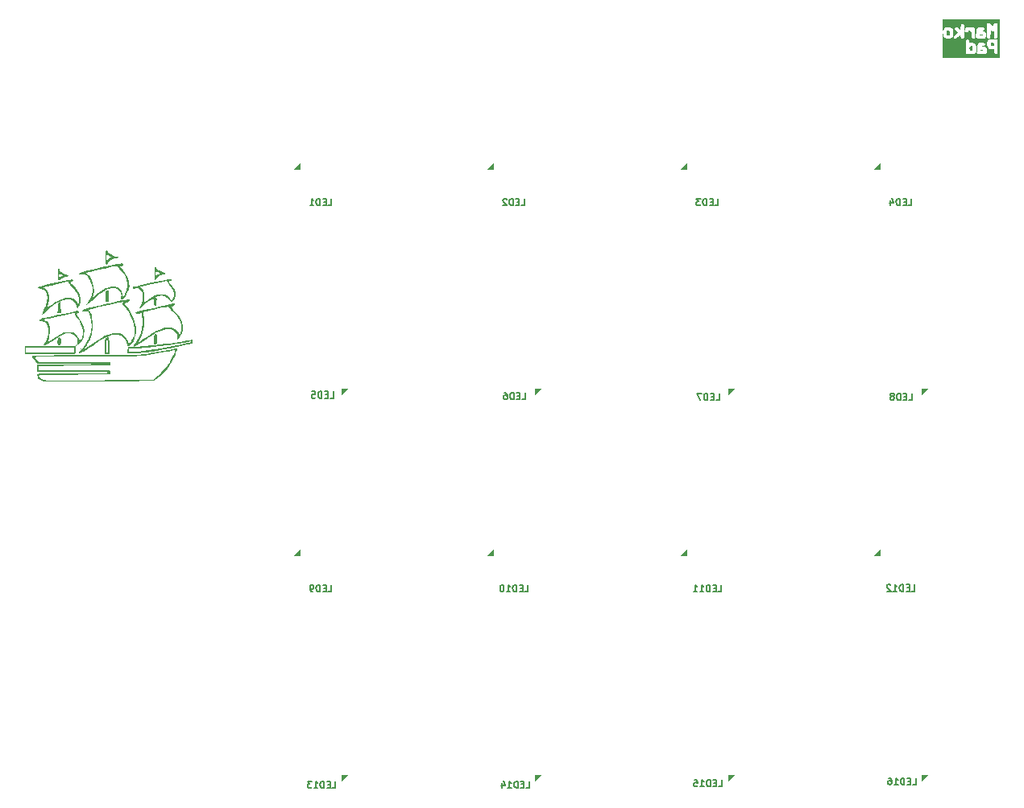
<source format=gbr>
%TF.GenerationSoftware,KiCad,Pcbnew,7.0.7*%
%TF.CreationDate,2023-09-24T17:48:37+02:00*%
%TF.ProjectId,pcb,7063622e-6b69-4636-9164-5f7063625858,rev?*%
%TF.SameCoordinates,Original*%
%TF.FileFunction,Legend,Bot*%
%TF.FilePolarity,Positive*%
%FSLAX46Y46*%
G04 Gerber Fmt 4.6, Leading zero omitted, Abs format (unit mm)*
G04 Created by KiCad (PCBNEW 7.0.7) date 2023-09-24 17:48:37*
%MOMM*%
%LPD*%
G01*
G04 APERTURE LIST*
%ADD10C,0.150000*%
%ADD11C,0.100000*%
G04 APERTURE END LIST*
D10*
X97306078Y-95146840D02*
X97639411Y-95146840D01*
X97639411Y-95146840D02*
X97639411Y-94446840D01*
X97072744Y-94780173D02*
X96839411Y-94780173D01*
X96739411Y-95146840D02*
X97072744Y-95146840D01*
X97072744Y-95146840D02*
X97072744Y-94446840D01*
X97072744Y-94446840D02*
X96739411Y-94446840D01*
X96439411Y-95146840D02*
X96439411Y-94446840D01*
X96439411Y-94446840D02*
X96272744Y-94446840D01*
X96272744Y-94446840D02*
X96172744Y-94480173D01*
X96172744Y-94480173D02*
X96106078Y-94546840D01*
X96106078Y-94546840D02*
X96072744Y-94613507D01*
X96072744Y-94613507D02*
X96039411Y-94746840D01*
X96039411Y-94746840D02*
X96039411Y-94846840D01*
X96039411Y-94846840D02*
X96072744Y-94980173D01*
X96072744Y-94980173D02*
X96106078Y-95046840D01*
X96106078Y-95046840D02*
X96172744Y-95113507D01*
X96172744Y-95113507D02*
X96272744Y-95146840D01*
X96272744Y-95146840D02*
X96439411Y-95146840D01*
X95372744Y-95146840D02*
X95772744Y-95146840D01*
X95572744Y-95146840D02*
X95572744Y-94446840D01*
X95572744Y-94446840D02*
X95639411Y-94546840D01*
X95639411Y-94546840D02*
X95706078Y-94613507D01*
X95706078Y-94613507D02*
X95772744Y-94646840D01*
X117658994Y-115560130D02*
X117992327Y-115560130D01*
X117992327Y-115560130D02*
X117992327Y-114860130D01*
X117425660Y-115193463D02*
X117192327Y-115193463D01*
X117092327Y-115560130D02*
X117425660Y-115560130D01*
X117425660Y-115560130D02*
X117425660Y-114860130D01*
X117425660Y-114860130D02*
X117092327Y-114860130D01*
X116792327Y-115560130D02*
X116792327Y-114860130D01*
X116792327Y-114860130D02*
X116625660Y-114860130D01*
X116625660Y-114860130D02*
X116525660Y-114893463D01*
X116525660Y-114893463D02*
X116458994Y-114960130D01*
X116458994Y-114960130D02*
X116425660Y-115026797D01*
X116425660Y-115026797D02*
X116392327Y-115160130D01*
X116392327Y-115160130D02*
X116392327Y-115260130D01*
X116392327Y-115260130D02*
X116425660Y-115393463D01*
X116425660Y-115393463D02*
X116458994Y-115460130D01*
X116458994Y-115460130D02*
X116525660Y-115526797D01*
X116525660Y-115526797D02*
X116625660Y-115560130D01*
X116625660Y-115560130D02*
X116792327Y-115560130D01*
X115792327Y-114860130D02*
X115925660Y-114860130D01*
X115925660Y-114860130D02*
X115992327Y-114893463D01*
X115992327Y-114893463D02*
X116025660Y-114926797D01*
X116025660Y-114926797D02*
X116092327Y-115026797D01*
X116092327Y-115026797D02*
X116125660Y-115160130D01*
X116125660Y-115160130D02*
X116125660Y-115426797D01*
X116125660Y-115426797D02*
X116092327Y-115493463D01*
X116092327Y-115493463D02*
X116058994Y-115526797D01*
X116058994Y-115526797D02*
X115992327Y-115560130D01*
X115992327Y-115560130D02*
X115858994Y-115560130D01*
X115858994Y-115560130D02*
X115792327Y-115526797D01*
X115792327Y-115526797D02*
X115758994Y-115493463D01*
X115758994Y-115493463D02*
X115725660Y-115426797D01*
X115725660Y-115426797D02*
X115725660Y-115260130D01*
X115725660Y-115260130D02*
X115758994Y-115193463D01*
X115758994Y-115193463D02*
X115792327Y-115160130D01*
X115792327Y-115160130D02*
X115858994Y-115126797D01*
X115858994Y-115126797D02*
X115992327Y-115126797D01*
X115992327Y-115126797D02*
X116058994Y-115160130D01*
X116058994Y-115160130D02*
X116092327Y-115193463D01*
X116092327Y-115193463D02*
X116125660Y-115260130D01*
X158598409Y-135758382D02*
X158931742Y-135758382D01*
X158931742Y-135758382D02*
X158931742Y-135058382D01*
X158365075Y-135391715D02*
X158131742Y-135391715D01*
X158031742Y-135758382D02*
X158365075Y-135758382D01*
X158365075Y-135758382D02*
X158365075Y-135058382D01*
X158365075Y-135058382D02*
X158031742Y-135058382D01*
X157731742Y-135758382D02*
X157731742Y-135058382D01*
X157731742Y-135058382D02*
X157565075Y-135058382D01*
X157565075Y-135058382D02*
X157465075Y-135091715D01*
X157465075Y-135091715D02*
X157398409Y-135158382D01*
X157398409Y-135158382D02*
X157365075Y-135225049D01*
X157365075Y-135225049D02*
X157331742Y-135358382D01*
X157331742Y-135358382D02*
X157331742Y-135458382D01*
X157331742Y-135458382D02*
X157365075Y-135591715D01*
X157365075Y-135591715D02*
X157398409Y-135658382D01*
X157398409Y-135658382D02*
X157465075Y-135725049D01*
X157465075Y-135725049D02*
X157565075Y-135758382D01*
X157565075Y-135758382D02*
X157731742Y-135758382D01*
X156665075Y-135758382D02*
X157065075Y-135758382D01*
X156865075Y-135758382D02*
X156865075Y-135058382D01*
X156865075Y-135058382D02*
X156931742Y-135158382D01*
X156931742Y-135158382D02*
X156998409Y-135225049D01*
X156998409Y-135225049D02*
X157065075Y-135258382D01*
X156398408Y-135125049D02*
X156365075Y-135091715D01*
X156365075Y-135091715D02*
X156298408Y-135058382D01*
X156298408Y-135058382D02*
X156131742Y-135058382D01*
X156131742Y-135058382D02*
X156065075Y-135091715D01*
X156065075Y-135091715D02*
X156031742Y-135125049D01*
X156031742Y-135125049D02*
X155998408Y-135191715D01*
X155998408Y-135191715D02*
X155998408Y-135258382D01*
X155998408Y-135258382D02*
X156031742Y-135358382D01*
X156031742Y-135358382D02*
X156431742Y-135758382D01*
X156431742Y-135758382D02*
X155998408Y-135758382D01*
X158714984Y-156093540D02*
X159048317Y-156093540D01*
X159048317Y-156093540D02*
X159048317Y-155393540D01*
X158481650Y-155726873D02*
X158248317Y-155726873D01*
X158148317Y-156093540D02*
X158481650Y-156093540D01*
X158481650Y-156093540D02*
X158481650Y-155393540D01*
X158481650Y-155393540D02*
X158148317Y-155393540D01*
X157848317Y-156093540D02*
X157848317Y-155393540D01*
X157848317Y-155393540D02*
X157681650Y-155393540D01*
X157681650Y-155393540D02*
X157581650Y-155426873D01*
X157581650Y-155426873D02*
X157514984Y-155493540D01*
X157514984Y-155493540D02*
X157481650Y-155560207D01*
X157481650Y-155560207D02*
X157448317Y-155693540D01*
X157448317Y-155693540D02*
X157448317Y-155793540D01*
X157448317Y-155793540D02*
X157481650Y-155926873D01*
X157481650Y-155926873D02*
X157514984Y-155993540D01*
X157514984Y-155993540D02*
X157581650Y-156060207D01*
X157581650Y-156060207D02*
X157681650Y-156093540D01*
X157681650Y-156093540D02*
X157848317Y-156093540D01*
X156781650Y-156093540D02*
X157181650Y-156093540D01*
X156981650Y-156093540D02*
X156981650Y-155393540D01*
X156981650Y-155393540D02*
X157048317Y-155493540D01*
X157048317Y-155493540D02*
X157114984Y-155560207D01*
X157114984Y-155560207D02*
X157181650Y-155593540D01*
X156181650Y-155393540D02*
X156314983Y-155393540D01*
X156314983Y-155393540D02*
X156381650Y-155426873D01*
X156381650Y-155426873D02*
X156414983Y-155460207D01*
X156414983Y-155460207D02*
X156481650Y-155560207D01*
X156481650Y-155560207D02*
X156514983Y-155693540D01*
X156514983Y-155693540D02*
X156514983Y-155960207D01*
X156514983Y-155960207D02*
X156481650Y-156026873D01*
X156481650Y-156026873D02*
X156448317Y-156060207D01*
X156448317Y-156060207D02*
X156381650Y-156093540D01*
X156381650Y-156093540D02*
X156248317Y-156093540D01*
X156248317Y-156093540D02*
X156181650Y-156060207D01*
X156181650Y-156060207D02*
X156148317Y-156026873D01*
X156148317Y-156026873D02*
X156114983Y-155960207D01*
X156114983Y-155960207D02*
X156114983Y-155793540D01*
X156114983Y-155793540D02*
X156148317Y-155726873D01*
X156148317Y-155726873D02*
X156181650Y-155693540D01*
X156181650Y-155693540D02*
X156248317Y-155660207D01*
X156248317Y-155660207D02*
X156381650Y-155660207D01*
X156381650Y-155660207D02*
X156448317Y-155693540D01*
X156448317Y-155693540D02*
X156481650Y-155726873D01*
X156481650Y-155726873D02*
X156514983Y-155793540D01*
X138321296Y-156292503D02*
X138654629Y-156292503D01*
X138654629Y-156292503D02*
X138654629Y-155592503D01*
X138087962Y-155925836D02*
X137854629Y-155925836D01*
X137754629Y-156292503D02*
X138087962Y-156292503D01*
X138087962Y-156292503D02*
X138087962Y-155592503D01*
X138087962Y-155592503D02*
X137754629Y-155592503D01*
X137454629Y-156292503D02*
X137454629Y-155592503D01*
X137454629Y-155592503D02*
X137287962Y-155592503D01*
X137287962Y-155592503D02*
X137187962Y-155625836D01*
X137187962Y-155625836D02*
X137121296Y-155692503D01*
X137121296Y-155692503D02*
X137087962Y-155759170D01*
X137087962Y-155759170D02*
X137054629Y-155892503D01*
X137054629Y-155892503D02*
X137054629Y-155992503D01*
X137054629Y-155992503D02*
X137087962Y-156125836D01*
X137087962Y-156125836D02*
X137121296Y-156192503D01*
X137121296Y-156192503D02*
X137187962Y-156259170D01*
X137187962Y-156259170D02*
X137287962Y-156292503D01*
X137287962Y-156292503D02*
X137454629Y-156292503D01*
X136387962Y-156292503D02*
X136787962Y-156292503D01*
X136587962Y-156292503D02*
X136587962Y-155592503D01*
X136587962Y-155592503D02*
X136654629Y-155692503D01*
X136654629Y-155692503D02*
X136721296Y-155759170D01*
X136721296Y-155759170D02*
X136787962Y-155792503D01*
X135754629Y-155592503D02*
X136087962Y-155592503D01*
X136087962Y-155592503D02*
X136121295Y-155925836D01*
X136121295Y-155925836D02*
X136087962Y-155892503D01*
X136087962Y-155892503D02*
X136021295Y-155859170D01*
X136021295Y-155859170D02*
X135854629Y-155859170D01*
X135854629Y-155859170D02*
X135787962Y-155892503D01*
X135787962Y-155892503D02*
X135754629Y-155925836D01*
X135754629Y-155925836D02*
X135721295Y-155992503D01*
X135721295Y-155992503D02*
X135721295Y-156159170D01*
X135721295Y-156159170D02*
X135754629Y-156225836D01*
X135754629Y-156225836D02*
X135787962Y-156259170D01*
X135787962Y-156259170D02*
X135854629Y-156292503D01*
X135854629Y-156292503D02*
X136021295Y-156292503D01*
X136021295Y-156292503D02*
X136087962Y-156259170D01*
X136087962Y-156259170D02*
X136121295Y-156225836D01*
X117967487Y-135784713D02*
X118300820Y-135784713D01*
X118300820Y-135784713D02*
X118300820Y-135084713D01*
X117734153Y-135418046D02*
X117500820Y-135418046D01*
X117400820Y-135784713D02*
X117734153Y-135784713D01*
X117734153Y-135784713D02*
X117734153Y-135084713D01*
X117734153Y-135084713D02*
X117400820Y-135084713D01*
X117100820Y-135784713D02*
X117100820Y-135084713D01*
X117100820Y-135084713D02*
X116934153Y-135084713D01*
X116934153Y-135084713D02*
X116834153Y-135118046D01*
X116834153Y-135118046D02*
X116767487Y-135184713D01*
X116767487Y-135184713D02*
X116734153Y-135251380D01*
X116734153Y-135251380D02*
X116700820Y-135384713D01*
X116700820Y-135384713D02*
X116700820Y-135484713D01*
X116700820Y-135484713D02*
X116734153Y-135618046D01*
X116734153Y-135618046D02*
X116767487Y-135684713D01*
X116767487Y-135684713D02*
X116834153Y-135751380D01*
X116834153Y-135751380D02*
X116934153Y-135784713D01*
X116934153Y-135784713D02*
X117100820Y-135784713D01*
X116034153Y-135784713D02*
X116434153Y-135784713D01*
X116234153Y-135784713D02*
X116234153Y-135084713D01*
X116234153Y-135084713D02*
X116300820Y-135184713D01*
X116300820Y-135184713D02*
X116367487Y-135251380D01*
X116367487Y-135251380D02*
X116434153Y-135284713D01*
X115600820Y-135084713D02*
X115534153Y-135084713D01*
X115534153Y-135084713D02*
X115467486Y-135118046D01*
X115467486Y-135118046D02*
X115434153Y-135151380D01*
X115434153Y-135151380D02*
X115400820Y-135218046D01*
X115400820Y-135218046D02*
X115367486Y-135351380D01*
X115367486Y-135351380D02*
X115367486Y-135518046D01*
X115367486Y-135518046D02*
X115400820Y-135651380D01*
X115400820Y-135651380D02*
X115434153Y-135718046D01*
X115434153Y-135718046D02*
X115467486Y-135751380D01*
X115467486Y-135751380D02*
X115534153Y-135784713D01*
X115534153Y-135784713D02*
X115600820Y-135784713D01*
X115600820Y-135784713D02*
X115667486Y-135751380D01*
X115667486Y-135751380D02*
X115700820Y-135718046D01*
X115700820Y-135718046D02*
X115734153Y-135651380D01*
X115734153Y-135651380D02*
X115767486Y-135518046D01*
X115767486Y-135518046D02*
X115767486Y-135351380D01*
X115767486Y-135351380D02*
X115734153Y-135218046D01*
X115734153Y-135218046D02*
X115700820Y-135151380D01*
X115700820Y-135151380D02*
X115667486Y-135118046D01*
X115667486Y-135118046D02*
X115600820Y-135084713D01*
X118093409Y-156425145D02*
X118426742Y-156425145D01*
X118426742Y-156425145D02*
X118426742Y-155725145D01*
X117860075Y-156058478D02*
X117626742Y-156058478D01*
X117526742Y-156425145D02*
X117860075Y-156425145D01*
X117860075Y-156425145D02*
X117860075Y-155725145D01*
X117860075Y-155725145D02*
X117526742Y-155725145D01*
X117226742Y-156425145D02*
X117226742Y-155725145D01*
X117226742Y-155725145D02*
X117060075Y-155725145D01*
X117060075Y-155725145D02*
X116960075Y-155758478D01*
X116960075Y-155758478D02*
X116893409Y-155825145D01*
X116893409Y-155825145D02*
X116860075Y-155891812D01*
X116860075Y-155891812D02*
X116826742Y-156025145D01*
X116826742Y-156025145D02*
X116826742Y-156125145D01*
X116826742Y-156125145D02*
X116860075Y-156258478D01*
X116860075Y-156258478D02*
X116893409Y-156325145D01*
X116893409Y-156325145D02*
X116960075Y-156391812D01*
X116960075Y-156391812D02*
X117060075Y-156425145D01*
X117060075Y-156425145D02*
X117226742Y-156425145D01*
X116160075Y-156425145D02*
X116560075Y-156425145D01*
X116360075Y-156425145D02*
X116360075Y-155725145D01*
X116360075Y-155725145D02*
X116426742Y-155825145D01*
X116426742Y-155825145D02*
X116493409Y-155891812D01*
X116493409Y-155891812D02*
X116560075Y-155925145D01*
X115560075Y-155958478D02*
X115560075Y-156425145D01*
X115726742Y-155691812D02*
X115893408Y-156191812D01*
X115893408Y-156191812D02*
X115460075Y-156191812D01*
X117597008Y-95170348D02*
X117930341Y-95170348D01*
X117930341Y-95170348D02*
X117930341Y-94470348D01*
X117363674Y-94803681D02*
X117130341Y-94803681D01*
X117030341Y-95170348D02*
X117363674Y-95170348D01*
X117363674Y-95170348D02*
X117363674Y-94470348D01*
X117363674Y-94470348D02*
X117030341Y-94470348D01*
X116730341Y-95170348D02*
X116730341Y-94470348D01*
X116730341Y-94470348D02*
X116563674Y-94470348D01*
X116563674Y-94470348D02*
X116463674Y-94503681D01*
X116463674Y-94503681D02*
X116397008Y-94570348D01*
X116397008Y-94570348D02*
X116363674Y-94637015D01*
X116363674Y-94637015D02*
X116330341Y-94770348D01*
X116330341Y-94770348D02*
X116330341Y-94870348D01*
X116330341Y-94870348D02*
X116363674Y-95003681D01*
X116363674Y-95003681D02*
X116397008Y-95070348D01*
X116397008Y-95070348D02*
X116463674Y-95137015D01*
X116463674Y-95137015D02*
X116563674Y-95170348D01*
X116563674Y-95170348D02*
X116730341Y-95170348D01*
X116063674Y-94537015D02*
X116030341Y-94503681D01*
X116030341Y-94503681D02*
X115963674Y-94470348D01*
X115963674Y-94470348D02*
X115797008Y-94470348D01*
X115797008Y-94470348D02*
X115730341Y-94503681D01*
X115730341Y-94503681D02*
X115697008Y-94537015D01*
X115697008Y-94537015D02*
X115663674Y-94603681D01*
X115663674Y-94603681D02*
X115663674Y-94670348D01*
X115663674Y-94670348D02*
X115697008Y-94770348D01*
X115697008Y-94770348D02*
X116097008Y-95170348D01*
X116097008Y-95170348D02*
X115663674Y-95170348D01*
X138291121Y-135796421D02*
X138624454Y-135796421D01*
X138624454Y-135796421D02*
X138624454Y-135096421D01*
X138057787Y-135429754D02*
X137824454Y-135429754D01*
X137724454Y-135796421D02*
X138057787Y-135796421D01*
X138057787Y-135796421D02*
X138057787Y-135096421D01*
X138057787Y-135096421D02*
X137724454Y-135096421D01*
X137424454Y-135796421D02*
X137424454Y-135096421D01*
X137424454Y-135096421D02*
X137257787Y-135096421D01*
X137257787Y-135096421D02*
X137157787Y-135129754D01*
X137157787Y-135129754D02*
X137091121Y-135196421D01*
X137091121Y-135196421D02*
X137057787Y-135263088D01*
X137057787Y-135263088D02*
X137024454Y-135396421D01*
X137024454Y-135396421D02*
X137024454Y-135496421D01*
X137024454Y-135496421D02*
X137057787Y-135629754D01*
X137057787Y-135629754D02*
X137091121Y-135696421D01*
X137091121Y-135696421D02*
X137157787Y-135763088D01*
X137157787Y-135763088D02*
X137257787Y-135796421D01*
X137257787Y-135796421D02*
X137424454Y-135796421D01*
X136357787Y-135796421D02*
X136757787Y-135796421D01*
X136557787Y-135796421D02*
X136557787Y-135096421D01*
X136557787Y-135096421D02*
X136624454Y-135196421D01*
X136624454Y-135196421D02*
X136691121Y-135263088D01*
X136691121Y-135263088D02*
X136757787Y-135296421D01*
X135691120Y-135796421D02*
X136091120Y-135796421D01*
X135891120Y-135796421D02*
X135891120Y-135096421D01*
X135891120Y-135096421D02*
X135957787Y-135196421D01*
X135957787Y-135196421D02*
X136024454Y-135263088D01*
X136024454Y-135263088D02*
X136091120Y-135296421D01*
X97493292Y-115433501D02*
X97826625Y-115433501D01*
X97826625Y-115433501D02*
X97826625Y-114733501D01*
X97259958Y-115066834D02*
X97026625Y-115066834D01*
X96926625Y-115433501D02*
X97259958Y-115433501D01*
X97259958Y-115433501D02*
X97259958Y-114733501D01*
X97259958Y-114733501D02*
X96926625Y-114733501D01*
X96626625Y-115433501D02*
X96626625Y-114733501D01*
X96626625Y-114733501D02*
X96459958Y-114733501D01*
X96459958Y-114733501D02*
X96359958Y-114766834D01*
X96359958Y-114766834D02*
X96293292Y-114833501D01*
X96293292Y-114833501D02*
X96259958Y-114900168D01*
X96259958Y-114900168D02*
X96226625Y-115033501D01*
X96226625Y-115033501D02*
X96226625Y-115133501D01*
X96226625Y-115133501D02*
X96259958Y-115266834D01*
X96259958Y-115266834D02*
X96293292Y-115333501D01*
X96293292Y-115333501D02*
X96359958Y-115400168D01*
X96359958Y-115400168D02*
X96459958Y-115433501D01*
X96459958Y-115433501D02*
X96626625Y-115433501D01*
X95593292Y-114733501D02*
X95926625Y-114733501D01*
X95926625Y-114733501D02*
X95959958Y-115066834D01*
X95959958Y-115066834D02*
X95926625Y-115033501D01*
X95926625Y-115033501D02*
X95859958Y-115000168D01*
X95859958Y-115000168D02*
X95693292Y-115000168D01*
X95693292Y-115000168D02*
X95626625Y-115033501D01*
X95626625Y-115033501D02*
X95593292Y-115066834D01*
X95593292Y-115066834D02*
X95559958Y-115133501D01*
X95559958Y-115133501D02*
X95559958Y-115300168D01*
X95559958Y-115300168D02*
X95593292Y-115366834D01*
X95593292Y-115366834D02*
X95626625Y-115400168D01*
X95626625Y-115400168D02*
X95693292Y-115433501D01*
X95693292Y-115433501D02*
X95859958Y-115433501D01*
X95859958Y-115433501D02*
X95926625Y-115400168D01*
X95926625Y-115400168D02*
X95959958Y-115366834D01*
X97732881Y-156458305D02*
X98066214Y-156458305D01*
X98066214Y-156458305D02*
X98066214Y-155758305D01*
X97499547Y-156091638D02*
X97266214Y-156091638D01*
X97166214Y-156458305D02*
X97499547Y-156458305D01*
X97499547Y-156458305D02*
X97499547Y-155758305D01*
X97499547Y-155758305D02*
X97166214Y-155758305D01*
X96866214Y-156458305D02*
X96866214Y-155758305D01*
X96866214Y-155758305D02*
X96699547Y-155758305D01*
X96699547Y-155758305D02*
X96599547Y-155791638D01*
X96599547Y-155791638D02*
X96532881Y-155858305D01*
X96532881Y-155858305D02*
X96499547Y-155924972D01*
X96499547Y-155924972D02*
X96466214Y-156058305D01*
X96466214Y-156058305D02*
X96466214Y-156158305D01*
X96466214Y-156158305D02*
X96499547Y-156291638D01*
X96499547Y-156291638D02*
X96532881Y-156358305D01*
X96532881Y-156358305D02*
X96599547Y-156424972D01*
X96599547Y-156424972D02*
X96699547Y-156458305D01*
X96699547Y-156458305D02*
X96866214Y-156458305D01*
X95799547Y-156458305D02*
X96199547Y-156458305D01*
X95999547Y-156458305D02*
X95999547Y-155758305D01*
X95999547Y-155758305D02*
X96066214Y-155858305D01*
X96066214Y-155858305D02*
X96132881Y-155924972D01*
X96132881Y-155924972D02*
X96199547Y-155958305D01*
X95566214Y-155758305D02*
X95132880Y-155758305D01*
X95132880Y-155758305D02*
X95366214Y-156024972D01*
X95366214Y-156024972D02*
X95266214Y-156024972D01*
X95266214Y-156024972D02*
X95199547Y-156058305D01*
X95199547Y-156058305D02*
X95166214Y-156091638D01*
X95166214Y-156091638D02*
X95132880Y-156158305D01*
X95132880Y-156158305D02*
X95132880Y-156324972D01*
X95132880Y-156324972D02*
X95166214Y-156391638D01*
X95166214Y-156391638D02*
X95199547Y-156424972D01*
X95199547Y-156424972D02*
X95266214Y-156458305D01*
X95266214Y-156458305D02*
X95466214Y-156458305D01*
X95466214Y-156458305D02*
X95532880Y-156424972D01*
X95532880Y-156424972D02*
X95566214Y-156391638D01*
X97305273Y-135775834D02*
X97638606Y-135775834D01*
X97638606Y-135775834D02*
X97638606Y-135075834D01*
X97071939Y-135409167D02*
X96838606Y-135409167D01*
X96738606Y-135775834D02*
X97071939Y-135775834D01*
X97071939Y-135775834D02*
X97071939Y-135075834D01*
X97071939Y-135075834D02*
X96738606Y-135075834D01*
X96438606Y-135775834D02*
X96438606Y-135075834D01*
X96438606Y-135075834D02*
X96271939Y-135075834D01*
X96271939Y-135075834D02*
X96171939Y-135109167D01*
X96171939Y-135109167D02*
X96105273Y-135175834D01*
X96105273Y-135175834D02*
X96071939Y-135242501D01*
X96071939Y-135242501D02*
X96038606Y-135375834D01*
X96038606Y-135375834D02*
X96038606Y-135475834D01*
X96038606Y-135475834D02*
X96071939Y-135609167D01*
X96071939Y-135609167D02*
X96105273Y-135675834D01*
X96105273Y-135675834D02*
X96171939Y-135742501D01*
X96171939Y-135742501D02*
X96271939Y-135775834D01*
X96271939Y-135775834D02*
X96438606Y-135775834D01*
X95705273Y-135775834D02*
X95571939Y-135775834D01*
X95571939Y-135775834D02*
X95505273Y-135742501D01*
X95505273Y-135742501D02*
X95471939Y-135709167D01*
X95471939Y-135709167D02*
X95405273Y-135609167D01*
X95405273Y-135609167D02*
X95371939Y-135475834D01*
X95371939Y-135475834D02*
X95371939Y-135209167D01*
X95371939Y-135209167D02*
X95405273Y-135142501D01*
X95405273Y-135142501D02*
X95438606Y-135109167D01*
X95438606Y-135109167D02*
X95505273Y-135075834D01*
X95505273Y-135075834D02*
X95638606Y-135075834D01*
X95638606Y-135075834D02*
X95705273Y-135109167D01*
X95705273Y-135109167D02*
X95738606Y-135142501D01*
X95738606Y-135142501D02*
X95771939Y-135209167D01*
X95771939Y-135209167D02*
X95771939Y-135375834D01*
X95771939Y-135375834D02*
X95738606Y-135442501D01*
X95738606Y-135442501D02*
X95705273Y-135475834D01*
X95705273Y-135475834D02*
X95638606Y-135509167D01*
X95638606Y-135509167D02*
X95505273Y-135509167D01*
X95505273Y-135509167D02*
X95438606Y-135475834D01*
X95438606Y-135475834D02*
X95405273Y-135442501D01*
X95405273Y-135442501D02*
X95371939Y-135375834D01*
X158306969Y-115623445D02*
X158640302Y-115623445D01*
X158640302Y-115623445D02*
X158640302Y-114923445D01*
X158073635Y-115256778D02*
X157840302Y-115256778D01*
X157740302Y-115623445D02*
X158073635Y-115623445D01*
X158073635Y-115623445D02*
X158073635Y-114923445D01*
X158073635Y-114923445D02*
X157740302Y-114923445D01*
X157440302Y-115623445D02*
X157440302Y-114923445D01*
X157440302Y-114923445D02*
X157273635Y-114923445D01*
X157273635Y-114923445D02*
X157173635Y-114956778D01*
X157173635Y-114956778D02*
X157106969Y-115023445D01*
X157106969Y-115023445D02*
X157073635Y-115090112D01*
X157073635Y-115090112D02*
X157040302Y-115223445D01*
X157040302Y-115223445D02*
X157040302Y-115323445D01*
X157040302Y-115323445D02*
X157073635Y-115456778D01*
X157073635Y-115456778D02*
X157106969Y-115523445D01*
X157106969Y-115523445D02*
X157173635Y-115590112D01*
X157173635Y-115590112D02*
X157273635Y-115623445D01*
X157273635Y-115623445D02*
X157440302Y-115623445D01*
X156640302Y-115223445D02*
X156706969Y-115190112D01*
X156706969Y-115190112D02*
X156740302Y-115156778D01*
X156740302Y-115156778D02*
X156773635Y-115090112D01*
X156773635Y-115090112D02*
X156773635Y-115056778D01*
X156773635Y-115056778D02*
X156740302Y-114990112D01*
X156740302Y-114990112D02*
X156706969Y-114956778D01*
X156706969Y-114956778D02*
X156640302Y-114923445D01*
X156640302Y-114923445D02*
X156506969Y-114923445D01*
X156506969Y-114923445D02*
X156440302Y-114956778D01*
X156440302Y-114956778D02*
X156406969Y-114990112D01*
X156406969Y-114990112D02*
X156373635Y-115056778D01*
X156373635Y-115056778D02*
X156373635Y-115090112D01*
X156373635Y-115090112D02*
X156406969Y-115156778D01*
X156406969Y-115156778D02*
X156440302Y-115190112D01*
X156440302Y-115190112D02*
X156506969Y-115223445D01*
X156506969Y-115223445D02*
X156640302Y-115223445D01*
X156640302Y-115223445D02*
X156706969Y-115256778D01*
X156706969Y-115256778D02*
X156740302Y-115290112D01*
X156740302Y-115290112D02*
X156773635Y-115356778D01*
X156773635Y-115356778D02*
X156773635Y-115490112D01*
X156773635Y-115490112D02*
X156740302Y-115556778D01*
X156740302Y-115556778D02*
X156706969Y-115590112D01*
X156706969Y-115590112D02*
X156640302Y-115623445D01*
X156640302Y-115623445D02*
X156506969Y-115623445D01*
X156506969Y-115623445D02*
X156440302Y-115590112D01*
X156440302Y-115590112D02*
X156406969Y-115556778D01*
X156406969Y-115556778D02*
X156373635Y-115490112D01*
X156373635Y-115490112D02*
X156373635Y-115356778D01*
X156373635Y-115356778D02*
X156406969Y-115290112D01*
X156406969Y-115290112D02*
X156440302Y-115256778D01*
X156440302Y-115256778D02*
X156506969Y-115223445D01*
X158266075Y-95137957D02*
X158599408Y-95137957D01*
X158599408Y-95137957D02*
X158599408Y-94437957D01*
X158032741Y-94771290D02*
X157799408Y-94771290D01*
X157699408Y-95137957D02*
X158032741Y-95137957D01*
X158032741Y-95137957D02*
X158032741Y-94437957D01*
X158032741Y-94437957D02*
X157699408Y-94437957D01*
X157399408Y-95137957D02*
X157399408Y-94437957D01*
X157399408Y-94437957D02*
X157232741Y-94437957D01*
X157232741Y-94437957D02*
X157132741Y-94471290D01*
X157132741Y-94471290D02*
X157066075Y-94537957D01*
X157066075Y-94537957D02*
X157032741Y-94604624D01*
X157032741Y-94604624D02*
X156999408Y-94737957D01*
X156999408Y-94737957D02*
X156999408Y-94837957D01*
X156999408Y-94837957D02*
X157032741Y-94971290D01*
X157032741Y-94971290D02*
X157066075Y-95037957D01*
X157066075Y-95037957D02*
X157132741Y-95104624D01*
X157132741Y-95104624D02*
X157232741Y-95137957D01*
X157232741Y-95137957D02*
X157399408Y-95137957D01*
X156399408Y-94671290D02*
X156399408Y-95137957D01*
X156566075Y-94404624D02*
X156732741Y-94904624D01*
X156732741Y-94904624D02*
X156299408Y-94904624D01*
X138046296Y-115623445D02*
X138379629Y-115623445D01*
X138379629Y-115623445D02*
X138379629Y-114923445D01*
X137812962Y-115256778D02*
X137579629Y-115256778D01*
X137479629Y-115623445D02*
X137812962Y-115623445D01*
X137812962Y-115623445D02*
X137812962Y-114923445D01*
X137812962Y-114923445D02*
X137479629Y-114923445D01*
X137179629Y-115623445D02*
X137179629Y-114923445D01*
X137179629Y-114923445D02*
X137012962Y-114923445D01*
X137012962Y-114923445D02*
X136912962Y-114956778D01*
X136912962Y-114956778D02*
X136846296Y-115023445D01*
X136846296Y-115023445D02*
X136812962Y-115090112D01*
X136812962Y-115090112D02*
X136779629Y-115223445D01*
X136779629Y-115223445D02*
X136779629Y-115323445D01*
X136779629Y-115323445D02*
X136812962Y-115456778D01*
X136812962Y-115456778D02*
X136846296Y-115523445D01*
X136846296Y-115523445D02*
X136912962Y-115590112D01*
X136912962Y-115590112D02*
X137012962Y-115623445D01*
X137012962Y-115623445D02*
X137179629Y-115623445D01*
X136546296Y-114923445D02*
X136079629Y-114923445D01*
X136079629Y-114923445D02*
X136379629Y-115623445D01*
X137936392Y-95156526D02*
X138269725Y-95156526D01*
X138269725Y-95156526D02*
X138269725Y-94456526D01*
X137703058Y-94789859D02*
X137469725Y-94789859D01*
X137369725Y-95156526D02*
X137703058Y-95156526D01*
X137703058Y-95156526D02*
X137703058Y-94456526D01*
X137703058Y-94456526D02*
X137369725Y-94456526D01*
X137069725Y-95156526D02*
X137069725Y-94456526D01*
X137069725Y-94456526D02*
X136903058Y-94456526D01*
X136903058Y-94456526D02*
X136803058Y-94489859D01*
X136803058Y-94489859D02*
X136736392Y-94556526D01*
X136736392Y-94556526D02*
X136703058Y-94623193D01*
X136703058Y-94623193D02*
X136669725Y-94756526D01*
X136669725Y-94756526D02*
X136669725Y-94856526D01*
X136669725Y-94856526D02*
X136703058Y-94989859D01*
X136703058Y-94989859D02*
X136736392Y-95056526D01*
X136736392Y-95056526D02*
X136803058Y-95123193D01*
X136803058Y-95123193D02*
X136903058Y-95156526D01*
X136903058Y-95156526D02*
X137069725Y-95156526D01*
X136436392Y-94456526D02*
X136003058Y-94456526D01*
X136003058Y-94456526D02*
X136236392Y-94723193D01*
X136236392Y-94723193D02*
X136136392Y-94723193D01*
X136136392Y-94723193D02*
X136069725Y-94756526D01*
X136069725Y-94756526D02*
X136036392Y-94789859D01*
X136036392Y-94789859D02*
X136003058Y-94856526D01*
X136003058Y-94856526D02*
X136003058Y-95023193D01*
X136003058Y-95023193D02*
X136036392Y-95089859D01*
X136036392Y-95089859D02*
X136069725Y-95123193D01*
X136069725Y-95123193D02*
X136136392Y-95156526D01*
X136136392Y-95156526D02*
X136336392Y-95156526D01*
X136336392Y-95156526D02*
X136403058Y-95123193D01*
X136403058Y-95123193D02*
X136436392Y-95089859D01*
%TO.C,LED1*%
D11*
X94322745Y-91330807D02*
X93722745Y-91330807D01*
X94322745Y-90730807D01*
X94322745Y-91330807D01*
G36*
X94322745Y-91330807D02*
G01*
X93722745Y-91330807D01*
X94322745Y-90730807D01*
X94322745Y-91330807D01*
G37*
%TO.C,LED6*%
X119048292Y-115037382D02*
X119048292Y-114437382D01*
X119648292Y-114437382D01*
X119048292Y-115037382D01*
G36*
X119048292Y-115037382D02*
G01*
X119048292Y-114437382D01*
X119648292Y-114437382D01*
X119048292Y-115037382D01*
G37*
%TO.C,LED12*%
X155281742Y-131942349D02*
X154681742Y-131942349D01*
X155281742Y-131342349D01*
X155281742Y-131942349D01*
G36*
X155281742Y-131942349D02*
G01*
X154681742Y-131942349D01*
X155281742Y-131342349D01*
X155281742Y-131942349D01*
G37*
%TO.C,LED16*%
X159680844Y-155686667D02*
X159680844Y-155086667D01*
X160280844Y-155086667D01*
X159680844Y-155686667D01*
G36*
X159680844Y-155686667D02*
G01*
X159680844Y-155086667D01*
X160280844Y-155086667D01*
X159680844Y-155686667D01*
G37*
%TO.C,LED15*%
X139354585Y-155695343D02*
X139354585Y-155095343D01*
X139954585Y-155095343D01*
X139354585Y-155695343D01*
G36*
X139354585Y-155695343D02*
G01*
X139354585Y-155095343D01*
X139954585Y-155095343D01*
X139354585Y-155695343D01*
G37*
%TO.C,LED10*%
X114650820Y-131968680D02*
X114050820Y-131968680D01*
X114650820Y-131368680D01*
X114650820Y-131968680D01*
G36*
X114650820Y-131968680D02*
G01*
X114050820Y-131968680D01*
X114650820Y-131368680D01*
X114650820Y-131968680D01*
G37*
%TO.C,LED14*%
X119058197Y-155679803D02*
X119058197Y-155079803D01*
X119658197Y-155079803D01*
X119058197Y-155679803D01*
G36*
X119058197Y-155679803D02*
G01*
X119058197Y-155079803D01*
X119658197Y-155079803D01*
X119058197Y-155679803D01*
G37*
%TO.C,LED2*%
X114613675Y-91354315D02*
X114013675Y-91354315D01*
X114613675Y-90754315D01*
X114613675Y-91354315D01*
G36*
X114613675Y-91354315D02*
G01*
X114013675Y-91354315D01*
X114613675Y-90754315D01*
X114613675Y-91354315D01*
G37*
%TO.C,G\u002A\u002A\u002A*%
G36*
X81384093Y-110501044D02*
G01*
X81293079Y-110734655D01*
X81238241Y-110865184D01*
X80853189Y-111643593D01*
X80406171Y-112319019D01*
X79882307Y-112911329D01*
X79266720Y-113440391D01*
X79005311Y-113638116D01*
X75900053Y-113673695D01*
X75788267Y-113674962D01*
X75014550Y-113683100D01*
X74177856Y-113690944D01*
X73310900Y-113698245D01*
X72446399Y-113704755D01*
X71617071Y-113710225D01*
X70855630Y-113714407D01*
X70194795Y-113717052D01*
X70139140Y-113717217D01*
X69486764Y-113718752D01*
X68952391Y-113718750D01*
X68521791Y-113716612D01*
X68180733Y-113711735D01*
X67914987Y-113703519D01*
X67710324Y-113691364D01*
X67552514Y-113674666D01*
X67427326Y-113652827D01*
X67320531Y-113625244D01*
X67217899Y-113591317D01*
X67033384Y-113521444D01*
X66897322Y-113444727D01*
X66822928Y-113345998D01*
X66773875Y-113192642D01*
X66739908Y-113028985D01*
X66750622Y-112931693D01*
X66817437Y-112881745D01*
X66850691Y-112876806D01*
X67006751Y-112868491D01*
X67276454Y-112860790D01*
X67647246Y-112853855D01*
X68106573Y-112847838D01*
X68641878Y-112842892D01*
X69240608Y-112839171D01*
X69890208Y-112836826D01*
X70578121Y-112836010D01*
X71138614Y-112835748D01*
X71878346Y-112834270D01*
X72498989Y-112831317D01*
X73009103Y-112826695D01*
X73417251Y-112820210D01*
X73731993Y-112811666D01*
X73961889Y-112800870D01*
X74115502Y-112787625D01*
X74201393Y-112771738D01*
X74228121Y-112753014D01*
X74212958Y-112738747D01*
X74141543Y-112721995D01*
X74003928Y-112707567D01*
X73791720Y-112695237D01*
X73496527Y-112684781D01*
X73109960Y-112675975D01*
X72623625Y-112668593D01*
X72029132Y-112662412D01*
X71318090Y-112657206D01*
X70482106Y-112652751D01*
X66736084Y-112635484D01*
X66732106Y-112267853D01*
X66728128Y-111900221D01*
X70494795Y-111865964D01*
X74261461Y-111831707D01*
X70487788Y-111815832D01*
X66714114Y-111799958D01*
X66437788Y-111404991D01*
X66423080Y-111383919D01*
X66290714Y-111189289D01*
X66240818Y-111111233D01*
X66494795Y-111111233D01*
X66502829Y-111136741D01*
X66565687Y-111251087D01*
X66670528Y-111412023D01*
X66846262Y-111666274D01*
X74405846Y-111666274D01*
X74394863Y-111816668D01*
X74383881Y-111967063D01*
X71389338Y-112007964D01*
X71018603Y-112013020D01*
X70372537Y-112021796D01*
X69750930Y-112030198D01*
X69171924Y-112037983D01*
X68653664Y-112044908D01*
X68214293Y-112050731D01*
X67871955Y-112055207D01*
X67644795Y-112058095D01*
X66894795Y-112067326D01*
X66894795Y-112535221D01*
X74358921Y-112535221D01*
X74401531Y-112705439D01*
X74418965Y-112828489D01*
X74401442Y-112918469D01*
X74369752Y-112923630D01*
X74218418Y-112931486D01*
X73953681Y-112938898D01*
X73587718Y-112945714D01*
X73132707Y-112951781D01*
X72600825Y-112956945D01*
X72004251Y-112961053D01*
X71355161Y-112963951D01*
X70665734Y-112965488D01*
X70224136Y-112966356D01*
X69558401Y-112969103D01*
X68940498Y-112973375D01*
X68382642Y-112978991D01*
X67897046Y-112985772D01*
X67495925Y-112993537D01*
X67191493Y-113002103D01*
X66995966Y-113011291D01*
X66921558Y-113020920D01*
X66902671Y-113070506D01*
X66950395Y-113184957D01*
X67072556Y-113316043D01*
X67241380Y-113436503D01*
X67429096Y-113519078D01*
X67465648Y-113528573D01*
X67538277Y-113542292D01*
X67634605Y-113554180D01*
X67761938Y-113564254D01*
X67927587Y-113572531D01*
X68138858Y-113579029D01*
X68403062Y-113583763D01*
X68727505Y-113586751D01*
X69119497Y-113588011D01*
X69586345Y-113587557D01*
X70135359Y-113585408D01*
X70773846Y-113581581D01*
X71509116Y-113576091D01*
X72348476Y-113568957D01*
X73299234Y-113560194D01*
X74368700Y-113549821D01*
X75564182Y-113537853D01*
X78866903Y-113504432D01*
X79093427Y-113337326D01*
X79093758Y-113337083D01*
X79412402Y-113070780D01*
X79761904Y-112727879D01*
X80107364Y-112346868D01*
X80413881Y-111966236D01*
X80646555Y-111624472D01*
X80791965Y-111368169D01*
X80940730Y-111079827D01*
X81063254Y-110815388D01*
X81149621Y-110597932D01*
X81189918Y-110450534D01*
X81174228Y-110396274D01*
X81162512Y-110397534D01*
X81046554Y-110416963D01*
X80826125Y-110456975D01*
X80521282Y-110513841D01*
X80152083Y-110583831D01*
X79738585Y-110663217D01*
X79699205Y-110670804D01*
X79240845Y-110756691D01*
X78787994Y-110837564D01*
X78371958Y-110908100D01*
X78024040Y-110962978D01*
X77775546Y-110996879D01*
X77653113Y-111006061D01*
X77385712Y-111017024D01*
X77001827Y-111027110D01*
X76510884Y-111036210D01*
X75922307Y-111044219D01*
X75245522Y-111051029D01*
X74489952Y-111056534D01*
X73665025Y-111060626D01*
X72780164Y-111063199D01*
X71844795Y-111064146D01*
X71500898Y-111064277D01*
X70684243Y-111065375D01*
X69911252Y-111067507D01*
X69191887Y-111070584D01*
X68536112Y-111074519D01*
X67953890Y-111079224D01*
X67455184Y-111084611D01*
X67049959Y-111090594D01*
X66748177Y-111097084D01*
X66559801Y-111103993D01*
X66494795Y-111111233D01*
X66240818Y-111111233D01*
X66197019Y-111042715D01*
X66161461Y-110974523D01*
X66205607Y-110969936D01*
X66373086Y-110964040D01*
X66656438Y-110957893D01*
X67046082Y-110951601D01*
X67532434Y-110945267D01*
X68105912Y-110938993D01*
X68756933Y-110932883D01*
X69475915Y-110927040D01*
X70253274Y-110921568D01*
X71079428Y-110916571D01*
X71944795Y-110912150D01*
X72263767Y-110910660D01*
X73240603Y-110905920D01*
X74096226Y-110901329D01*
X74839954Y-110896650D01*
X75481102Y-110891646D01*
X76028987Y-110886080D01*
X76492928Y-110879716D01*
X76882239Y-110872317D01*
X77206239Y-110863647D01*
X77474245Y-110853469D01*
X77695572Y-110841546D01*
X77879538Y-110827641D01*
X78035460Y-110811519D01*
X78172654Y-110792942D01*
X78300438Y-110771673D01*
X78428128Y-110747477D01*
X78889899Y-110657256D01*
X79489667Y-110542263D01*
X80032672Y-110440694D01*
X80506596Y-110354730D01*
X80899116Y-110286547D01*
X81197911Y-110238325D01*
X81390661Y-110212243D01*
X81465043Y-110210479D01*
X81467357Y-110219125D01*
X81445624Y-110318718D01*
X81401139Y-110450534D01*
X81384093Y-110501044D01*
G37*
G36*
X82025212Y-108233117D02*
G01*
X81957736Y-108570475D01*
X81896728Y-108704459D01*
X81789506Y-108892407D01*
X81669788Y-109072120D01*
X81562377Y-109206878D01*
X81492072Y-109259958D01*
X81481292Y-109252904D01*
X81465450Y-109160242D01*
X81476334Y-108994456D01*
X81482549Y-108943709D01*
X81481977Y-108784052D01*
X81423145Y-108655414D01*
X81283528Y-108500030D01*
X80993012Y-108286962D01*
X80637547Y-108179316D01*
X80226058Y-108188248D01*
X79756750Y-108314043D01*
X79227828Y-108556982D01*
X78637498Y-108917350D01*
X78425283Y-109060419D01*
X78126388Y-109261862D01*
X77850524Y-109447727D01*
X77614972Y-109600200D01*
X77379085Y-109742275D01*
X77200524Y-109838838D01*
X77150492Y-109863633D01*
X77015597Y-109941755D01*
X76961461Y-109992533D01*
X76985958Y-110007954D01*
X77122696Y-110018215D01*
X77365550Y-110011921D01*
X77698583Y-109990962D01*
X78105857Y-109957231D01*
X78571436Y-109912619D01*
X79079380Y-109859019D01*
X79613754Y-109798322D01*
X80158620Y-109732420D01*
X80698040Y-109663205D01*
X81216077Y-109592569D01*
X81696794Y-109522405D01*
X82124253Y-109454602D01*
X82482516Y-109391055D01*
X82755647Y-109333654D01*
X82927708Y-109284291D01*
X82934971Y-109281656D01*
X83007099Y-109295801D01*
X83028128Y-109419912D01*
X83031000Y-109509059D01*
X83032150Y-109544767D01*
X83044795Y-109642450D01*
X83041059Y-109655351D01*
X82956677Y-109698471D01*
X82794795Y-109738792D01*
X82696174Y-109757706D01*
X82466193Y-109804180D01*
X82153958Y-109868790D01*
X81787486Y-109945726D01*
X81394795Y-110029175D01*
X81314536Y-110046270D01*
X80645868Y-110183888D01*
X79978322Y-110313364D01*
X79337620Y-110430151D01*
X78749481Y-110529700D01*
X78239627Y-110607463D01*
X77833779Y-110658890D01*
X77824598Y-110659859D01*
X77493277Y-110687791D01*
X77111997Y-110709957D01*
X76761461Y-110721635D01*
X76194795Y-110730567D01*
X76209731Y-110514460D01*
X76367499Y-110514460D01*
X76399632Y-110570458D01*
X76502371Y-110588917D01*
X76707033Y-110586103D01*
X76985475Y-110573997D01*
X77418301Y-110541358D01*
X77894592Y-110488989D01*
X78428636Y-110414672D01*
X79034722Y-110316191D01*
X79727140Y-110191329D01*
X80520179Y-110037868D01*
X81428128Y-109853591D01*
X81838466Y-109768637D01*
X82221255Y-109688495D01*
X82501017Y-109628109D01*
X82692795Y-109583725D01*
X82811632Y-109551591D01*
X82872573Y-109527953D01*
X82890661Y-109509059D01*
X82880941Y-109491155D01*
X82876133Y-109488647D01*
X82780978Y-109490222D01*
X82596283Y-109516148D01*
X82356581Y-109561777D01*
X82263083Y-109581191D01*
X81446780Y-109729389D01*
X80512168Y-109865118D01*
X79472212Y-109986839D01*
X78339877Y-110093014D01*
X77128128Y-110182106D01*
X76394795Y-110229168D01*
X76373700Y-110412984D01*
X76367499Y-110514460D01*
X76209731Y-110514460D01*
X76240997Y-110062063D01*
X76584562Y-110056786D01*
X76716343Y-110051871D01*
X76834947Y-110037771D01*
X76848189Y-110018929D01*
X76837400Y-109960892D01*
X76909270Y-109811915D01*
X77060260Y-109589195D01*
X77304915Y-109589195D01*
X77327282Y-109576485D01*
X77438739Y-109503583D01*
X77620309Y-109380797D01*
X77846745Y-109225093D01*
X78192372Y-108990036D01*
X78773874Y-108620015D01*
X79279008Y-108338429D01*
X79719417Y-108141268D01*
X80106746Y-108024524D01*
X80452640Y-107984189D01*
X80768744Y-108016255D01*
X81066701Y-108116713D01*
X81209098Y-108194848D01*
X81419429Y-108362394D01*
X81570733Y-108548056D01*
X81630797Y-108717525D01*
X81632686Y-108734449D01*
X81669791Y-108735025D01*
X81744912Y-108624958D01*
X81762218Y-108590473D01*
X81831582Y-108343712D01*
X81857031Y-108023379D01*
X81827829Y-107691546D01*
X81692236Y-107263846D01*
X81439675Y-106840935D01*
X81063052Y-106408385D01*
X80963017Y-106306563D01*
X80791123Y-106123207D01*
X80672416Y-105984870D01*
X80628128Y-105915608D01*
X80627619Y-105903933D01*
X80602371Y-105853431D01*
X80527529Y-105828828D01*
X80387144Y-105831438D01*
X80165267Y-105862575D01*
X79845947Y-105923552D01*
X79413236Y-106015683D01*
X79254285Y-106050457D01*
X78791782Y-106152456D01*
X78440894Y-106232400D01*
X78187120Y-106294898D01*
X78015958Y-106344561D01*
X77912905Y-106385998D01*
X77863459Y-106423819D01*
X77853119Y-106462632D01*
X77867380Y-106507049D01*
X77867829Y-106508063D01*
X77906603Y-106670109D01*
X77933002Y-106927328D01*
X77946282Y-107242095D01*
X77945700Y-107576785D01*
X77930511Y-107893771D01*
X77899971Y-108155429D01*
X77893615Y-108191008D01*
X77715871Y-108818876D01*
X77425503Y-109376932D01*
X77394988Y-109423742D01*
X77322565Y-109543591D01*
X77304915Y-109589195D01*
X77060260Y-109589195D01*
X77065168Y-109581955D01*
X77091601Y-109545685D01*
X77385545Y-109086623D01*
X77590526Y-108631431D01*
X77732380Y-108123642D01*
X77804079Y-107677074D01*
X77819584Y-107183119D01*
X77756998Y-106766609D01*
X77686611Y-106512471D01*
X77398585Y-106555777D01*
X77389069Y-106557183D01*
X77168488Y-106568169D01*
X77062668Y-106521389D01*
X77047018Y-106487317D01*
X77055042Y-106403324D01*
X77107202Y-106385055D01*
X77281061Y-106339007D01*
X77566460Y-106269019D01*
X77953105Y-106177474D01*
X78430704Y-106066753D01*
X78988965Y-105939241D01*
X79617596Y-105797318D01*
X80306303Y-105643369D01*
X81044795Y-105479774D01*
X81117770Y-105466391D01*
X81206949Y-105482152D01*
X81228128Y-105577058D01*
X81191907Y-105683597D01*
X81044795Y-105758715D01*
X80909481Y-105794642D01*
X80819271Y-105825937D01*
X80824134Y-105848503D01*
X80897543Y-105948523D01*
X81036788Y-106107892D01*
X81223677Y-106305059D01*
X81286309Y-106369786D01*
X81535377Y-106654200D01*
X81712428Y-106918658D01*
X81849201Y-107209025D01*
X81918327Y-107405235D01*
X82011037Y-107831670D01*
X82017806Y-108023379D01*
X82025212Y-108233117D01*
G37*
G36*
X77059649Y-108832344D02*
G01*
X76992034Y-109134580D01*
X76946772Y-109234375D01*
X76830064Y-109423818D01*
X76680036Y-109626297D01*
X76522568Y-109810139D01*
X76383539Y-109943672D01*
X76288829Y-109995221D01*
X76270476Y-109979206D01*
X76221076Y-109869753D01*
X76167502Y-109690794D01*
X76132951Y-109584230D01*
X75980283Y-109307355D01*
X75762456Y-109053429D01*
X75513362Y-108857659D01*
X75266895Y-108755254D01*
X75246499Y-108751585D01*
X74949060Y-108734751D01*
X74621693Y-108786220D01*
X74251533Y-108911243D01*
X73825715Y-109115070D01*
X73331372Y-109402951D01*
X72755641Y-109780138D01*
X72539138Y-109925824D01*
X72202114Y-110146453D01*
X71879428Y-110351466D01*
X71618551Y-110510374D01*
X71540809Y-110555054D01*
X71324611Y-110668757D01*
X71160376Y-110739680D01*
X71078778Y-110753980D01*
X71076485Y-110703888D01*
X71138455Y-110589279D01*
X71245338Y-110451686D01*
X71370381Y-110330011D01*
X71458835Y-110232274D01*
X71710054Y-110232274D01*
X71752461Y-110213194D01*
X71884838Y-110132261D01*
X72084398Y-110001932D01*
X72328128Y-109836927D01*
X72529023Y-109699621D01*
X73041304Y-109359464D01*
X73471708Y-109092753D01*
X73836534Y-108891793D01*
X74152086Y-108748887D01*
X74434663Y-108656339D01*
X74700569Y-108606455D01*
X74966104Y-108591537D01*
X74970046Y-108591540D01*
X75412998Y-108642095D01*
X75772033Y-108795016D01*
X76053795Y-109054566D01*
X76264927Y-109425007D01*
X76375465Y-109690320D01*
X76597784Y-109447089D01*
X76652374Y-109381605D01*
X76801123Y-109147443D01*
X76898171Y-108914408D01*
X76912458Y-108854525D01*
X76949198Y-108506195D01*
X76935379Y-108096660D01*
X76874911Y-107675995D01*
X76771703Y-107294280D01*
X76720165Y-107160772D01*
X76548005Y-106791966D01*
X76335766Y-106410667D01*
X76110556Y-106063416D01*
X75899481Y-105796753D01*
X75836332Y-105725456D01*
X75719738Y-105549427D01*
X75712549Y-105419083D01*
X75811461Y-105316403D01*
X75852375Y-105290221D01*
X75884819Y-105258907D01*
X75794795Y-105277940D01*
X75789856Y-105279217D01*
X75653345Y-105311180D01*
X75434178Y-105359434D01*
X75177385Y-105414053D01*
X75155380Y-105418689D01*
X74891888Y-105477072D01*
X74546146Y-105557241D01*
X74160522Y-105649235D01*
X73777385Y-105743098D01*
X73719344Y-105757501D01*
X73346116Y-105848681D01*
X72987294Y-105934153D01*
X72681166Y-106004901D01*
X72466020Y-106051909D01*
X72400332Y-106065733D01*
X72217231Y-106113160D01*
X72148754Y-106153771D01*
X72180685Y-106194679D01*
X72234819Y-106242116D01*
X72337078Y-106421678D01*
X72429439Y-106693537D01*
X72505073Y-107030346D01*
X72557153Y-107404759D01*
X72578853Y-107789432D01*
X72571572Y-108092220D01*
X72482375Y-108684080D01*
X72284590Y-109242385D01*
X71968000Y-109800776D01*
X71943940Y-109837070D01*
X71819071Y-110031735D01*
X71735439Y-110172954D01*
X71710054Y-110232274D01*
X71458835Y-110232274D01*
X71460501Y-110230433D01*
X71600985Y-110031775D01*
X71765171Y-109771610D01*
X71934895Y-109481146D01*
X72091995Y-109191592D01*
X72218309Y-108934158D01*
X72295674Y-108740053D01*
X72368033Y-108446288D01*
X72426621Y-107882176D01*
X72395684Y-107311193D01*
X72275768Y-106786800D01*
X72128128Y-106352326D01*
X71800350Y-106352326D01*
X71771043Y-106352050D01*
X71562404Y-106328057D01*
X71452070Y-106273682D01*
X71451685Y-106200761D01*
X71572892Y-106121127D01*
X71574050Y-106120636D01*
X71726196Y-106069660D01*
X71986029Y-105997007D01*
X72333788Y-105907157D01*
X72749713Y-105804594D01*
X73214046Y-105693799D01*
X73707026Y-105579254D01*
X74208893Y-105465440D01*
X74699887Y-105356840D01*
X75160250Y-105257935D01*
X75570220Y-105173207D01*
X75910038Y-105107138D01*
X76159945Y-105064210D01*
X76300180Y-105048905D01*
X76322731Y-105049624D01*
X76420053Y-105089707D01*
X76418107Y-105172787D01*
X76328156Y-105273182D01*
X76161461Y-105365211D01*
X76091352Y-105394246D01*
X75950988Y-105463774D01*
X75895505Y-105510229D01*
X75904922Y-105530727D01*
X75982408Y-105626218D01*
X76112448Y-105760778D01*
X76170552Y-105822857D01*
X76352941Y-106069408D01*
X76546777Y-106391285D01*
X76731562Y-106749779D01*
X76886799Y-107106184D01*
X76991991Y-107421788D01*
X77036496Y-107632541D01*
X77081879Y-108033691D01*
X77089597Y-108449503D01*
X77085162Y-108506195D01*
X77059649Y-108832344D01*
G37*
G36*
X81214159Y-104951409D02*
G01*
X81064302Y-105163673D01*
X80970928Y-105237991D01*
X80819907Y-105305009D01*
X80696156Y-105253809D01*
X80568367Y-105079050D01*
X80369120Y-104856334D01*
X80089514Y-104703826D01*
X79780269Y-104652938D01*
X79708851Y-104659976D01*
X79557914Y-104691226D01*
X79398562Y-104736781D01*
X79265258Y-104785043D01*
X79192464Y-104824413D01*
X79214643Y-104843294D01*
X79262518Y-104884548D01*
X79284477Y-105019086D01*
X79281309Y-105266142D01*
X79269751Y-105452311D01*
X79245989Y-105600818D01*
X79202419Y-105668094D01*
X79128128Y-105683905D01*
X79088528Y-105680610D01*
X79009071Y-105620826D01*
X78973499Y-105461224D01*
X78977568Y-105255512D01*
X79020784Y-105041296D01*
X79089365Y-104844048D01*
X78808746Y-105011482D01*
X78682078Y-105091682D01*
X78465926Y-105241194D01*
X78232087Y-105413450D01*
X78005975Y-105588610D01*
X77813002Y-105746835D01*
X77678582Y-105868288D01*
X77628128Y-105933130D01*
X77615289Y-105957813D01*
X77523589Y-105984695D01*
X77471567Y-105976697D01*
X77468968Y-105925633D01*
X77546725Y-105800879D01*
X77638173Y-105651510D01*
X77781600Y-105257305D01*
X77827145Y-104788273D01*
X77825334Y-104693838D01*
X77782696Y-104379702D01*
X77672434Y-104145937D01*
X77479866Y-103957415D01*
X77382748Y-103892952D01*
X77246115Y-103856566D01*
X77067439Y-103893279D01*
X76950673Y-103924732D01*
X76847163Y-103924569D01*
X76797464Y-103862041D01*
X76781044Y-103809754D01*
X76778988Y-103745308D01*
X77506437Y-103745308D01*
X77516910Y-103765018D01*
X77608680Y-103806137D01*
X77732485Y-103875899D01*
X77875044Y-104080575D01*
X77962454Y-104400666D01*
X77993013Y-104831628D01*
X77993475Y-104921658D01*
X77996538Y-105157215D01*
X78001496Y-105321407D01*
X78007527Y-105383075D01*
X78014951Y-105378384D01*
X78064490Y-105311360D01*
X78076242Y-105296162D01*
X78186837Y-105202240D01*
X78373819Y-105071497D01*
X78603978Y-104924559D01*
X78844104Y-104782052D01*
X79060985Y-104664602D01*
X79221410Y-104592837D01*
X79251909Y-104582885D01*
X79529400Y-104529877D01*
X79843172Y-104518089D01*
X80138535Y-104546499D01*
X80360801Y-104614089D01*
X80529935Y-104741987D01*
X80671865Y-104914879D01*
X80685496Y-104937561D01*
X80773741Y-105064118D01*
X80832169Y-105115747D01*
X80858027Y-105108887D01*
X80953593Y-105023652D01*
X81050718Y-104879396D01*
X81114171Y-104724940D01*
X81122093Y-104677512D01*
X81101778Y-104442186D01*
X81011363Y-104159421D01*
X80866686Y-103870048D01*
X80683587Y-103614898D01*
X80578127Y-103484448D01*
X80470025Y-103319519D01*
X80428128Y-103208846D01*
X80426332Y-103179566D01*
X80379703Y-103121889D01*
X80244795Y-103132630D01*
X80014190Y-103181760D01*
X79595446Y-103272042D01*
X79166670Y-103365630D01*
X78747918Y-103458037D01*
X78359244Y-103544776D01*
X78020704Y-103621359D01*
X77752353Y-103683301D01*
X77574246Y-103726113D01*
X77506437Y-103745308D01*
X76778988Y-103745308D01*
X76778795Y-103739245D01*
X76791082Y-103734229D01*
X76903543Y-103703595D01*
X77113397Y-103652140D01*
X77396914Y-103585592D01*
X77730364Y-103509674D01*
X78428646Y-103354454D01*
X79143729Y-103199750D01*
X79736077Y-103076899D01*
X80204399Y-102986152D01*
X80547406Y-102927755D01*
X80763810Y-102901957D01*
X80852319Y-102909005D01*
X80882651Y-102989836D01*
X80822265Y-103073717D01*
X80690860Y-103110484D01*
X80603664Y-103119783D01*
X80572185Y-103166575D01*
X80630767Y-103268283D01*
X80784186Y-103441876D01*
X80965915Y-103669006D01*
X81146632Y-104002401D01*
X81251077Y-104344669D01*
X81275001Y-104669706D01*
X81273315Y-104677512D01*
X81214159Y-104951409D01*
G37*
G36*
X71626544Y-108965791D02*
G01*
X71621493Y-108986546D01*
X71542632Y-109224175D01*
X71420430Y-109419295D01*
X71220078Y-109628671D01*
X71155977Y-109687065D01*
X70992929Y-109820059D01*
X70864004Y-109905554D01*
X70787228Y-109935229D01*
X70780631Y-109900762D01*
X70862240Y-109793832D01*
X70930207Y-109697556D01*
X70984107Y-109469140D01*
X70924921Y-109220258D01*
X70759693Y-108971118D01*
X70495473Y-108741932D01*
X70409074Y-108687875D01*
X70209649Y-108606034D01*
X69995548Y-108587489D01*
X69749401Y-108636913D01*
X69453838Y-108758980D01*
X69091491Y-108958360D01*
X68644989Y-109239728D01*
X68529090Y-109315369D01*
X68180158Y-109537424D01*
X67915842Y-109693530D01*
X67717761Y-109793226D01*
X67567536Y-109846049D01*
X67446789Y-109861537D01*
X67404585Y-109859956D01*
X67376562Y-109832646D01*
X67443362Y-109744563D01*
X67473776Y-109707958D01*
X67648626Y-109420901D01*
X67794779Y-109053543D01*
X67893439Y-108651534D01*
X67902519Y-108593856D01*
X67920467Y-108184029D01*
X67851447Y-107843230D01*
X67702347Y-107584124D01*
X67480062Y-107419373D01*
X67191481Y-107361642D01*
X67063534Y-107355524D01*
X66982654Y-107317249D01*
X66975239Y-107225027D01*
X66977998Y-107211703D01*
X66990847Y-107189909D01*
X67428363Y-107189909D01*
X67428416Y-107190809D01*
X67486451Y-107237300D01*
X67621045Y-107298396D01*
X67685420Y-107325705D01*
X67863218Y-107453139D01*
X67979256Y-107647830D01*
X68042386Y-107930339D01*
X68061461Y-108321229D01*
X68057478Y-108531719D01*
X68020603Y-108902738D01*
X67942005Y-109184748D01*
X67904302Y-109280517D01*
X67853397Y-109428124D01*
X67842005Y-109493428D01*
X67852536Y-109490721D01*
X67949444Y-109438745D01*
X68130252Y-109331480D01*
X68374434Y-109181276D01*
X68661461Y-109000480D01*
X69461461Y-108491274D01*
X70007084Y-108491274D01*
X70187090Y-108492245D01*
X70400030Y-108502488D01*
X70541672Y-108532356D01*
X70650623Y-108592057D01*
X70765491Y-108691800D01*
X70795166Y-108721106D01*
X70965175Y-108930265D01*
X71096231Y-109151299D01*
X71214187Y-109410272D01*
X71317427Y-109251562D01*
X71413030Y-109071312D01*
X71509311Y-108685923D01*
X71496830Y-108259673D01*
X71379281Y-107810774D01*
X71160361Y-107357437D01*
X70843768Y-106917875D01*
X70785709Y-106846166D01*
X70673975Y-106665544D01*
X70655685Y-106543843D01*
X70667503Y-106482294D01*
X70611836Y-106470205D01*
X70571500Y-106481333D01*
X70412705Y-106518619D01*
X70154691Y-106576211D01*
X69816724Y-106649884D01*
X69418066Y-106735411D01*
X68977982Y-106828568D01*
X68687423Y-106890307D01*
X68282100Y-106978723D01*
X67935576Y-107057078D01*
X67665808Y-107121185D01*
X67490752Y-107166858D01*
X67428363Y-107189909D01*
X66990847Y-107189909D01*
X67002230Y-107170601D01*
X67060403Y-107129938D01*
X67166313Y-107085746D01*
X67333756Y-107034058D01*
X67576529Y-106970904D01*
X67908429Y-106892319D01*
X68343252Y-106794333D01*
X68894795Y-106672980D01*
X69006308Y-106648649D01*
X69491020Y-106544102D01*
X69934906Y-106450257D01*
X70320096Y-106370760D01*
X70628720Y-106309256D01*
X70842910Y-106269389D01*
X70944795Y-106254805D01*
X71038098Y-106271802D01*
X71094795Y-106352326D01*
X71089241Y-106398228D01*
X71044795Y-106453613D01*
X71013779Y-106459850D01*
X70905260Y-106511532D01*
X70883203Y-106533820D01*
X70885072Y-106610818D01*
X70957787Y-106746708D01*
X71110561Y-106961693D01*
X71398327Y-107411153D01*
X71607581Y-107930517D01*
X71683632Y-108448647D01*
X71657439Y-108685923D01*
X71626544Y-108965791D01*
G37*
G36*
X76406448Y-103569742D02*
G01*
X76329264Y-104020426D01*
X76227775Y-104321878D01*
X76039086Y-104697422D01*
X75817066Y-104949882D01*
X75564494Y-105075424D01*
X75554103Y-105049647D01*
X75547630Y-104924660D01*
X75552857Y-104729764D01*
X75557691Y-104602444D01*
X75543178Y-104429648D01*
X75479634Y-104298937D01*
X75345806Y-104150893D01*
X75233858Y-104053459D01*
X74919325Y-103896927D01*
X74561558Y-103861252D01*
X74175331Y-103948982D01*
X74019310Y-104019560D01*
X73694729Y-104211097D01*
X73310389Y-104481676D01*
X72884435Y-104818175D01*
X72435013Y-105207475D01*
X72291831Y-105334212D01*
X72103941Y-105491206D01*
X71968800Y-105592337D01*
X71908847Y-105620012D01*
X71907147Y-105578299D01*
X71966025Y-105477865D01*
X72062914Y-105348728D01*
X72269485Y-104990954D01*
X72432900Y-104596642D01*
X72525045Y-104228620D01*
X72530377Y-104184588D01*
X72515189Y-103786979D01*
X72400447Y-103346243D01*
X72193880Y-102893539D01*
X72144156Y-102805935D01*
X72008456Y-102600622D01*
X71879088Y-102488816D01*
X71720641Y-102448307D01*
X71497708Y-102456887D01*
X71449210Y-102460655D01*
X71249301Y-102451670D01*
X71132234Y-102405358D01*
X71114838Y-102333996D01*
X71213944Y-102249865D01*
X71230951Y-102242659D01*
X71913440Y-102242659D01*
X72132455Y-102475493D01*
X72191849Y-102543978D01*
X72398878Y-102879445D01*
X72557446Y-103290018D01*
X72657084Y-103732843D01*
X72687325Y-104165066D01*
X72637699Y-104543831D01*
X72613154Y-104640163D01*
X72589308Y-104792377D01*
X72609485Y-104839267D01*
X72672017Y-104769840D01*
X72749820Y-104683856D01*
X72920208Y-104536756D01*
X73147089Y-104361052D01*
X73399886Y-104179402D01*
X73648026Y-104014460D01*
X73860931Y-103888883D01*
X73954591Y-103841816D01*
X74249319Y-103740903D01*
X74579739Y-103712063D01*
X74829298Y-103726379D01*
X75195171Y-103816917D01*
X75467059Y-103985435D01*
X75636441Y-104225672D01*
X75694795Y-104531367D01*
X75701228Y-104649581D01*
X75738933Y-104737417D01*
X75810958Y-104698234D01*
X75917969Y-104531495D01*
X76060633Y-104236663D01*
X76119023Y-104095546D01*
X76223616Y-103699390D01*
X76225606Y-103315492D01*
X76120940Y-102925622D01*
X75905561Y-102511554D01*
X75575418Y-102055060D01*
X75532880Y-102001787D01*
X75378043Y-101801429D01*
X75263672Y-101643367D01*
X75211988Y-101557989D01*
X75154629Y-101541562D01*
X74988689Y-101555166D01*
X74709459Y-101601337D01*
X74311819Y-101680929D01*
X73790651Y-101794793D01*
X73670216Y-101821886D01*
X73247004Y-101917848D01*
X72860397Y-102006627D01*
X72533786Y-102082781D01*
X72290563Y-102140869D01*
X72154117Y-102175451D01*
X71913440Y-102242659D01*
X71230951Y-102242659D01*
X71265633Y-102227964D01*
X71449096Y-102169994D01*
X71727438Y-102094587D01*
X72081948Y-102005803D01*
X72493920Y-101907704D01*
X72944643Y-101804352D01*
X73415410Y-101699809D01*
X73887511Y-101598136D01*
X74342238Y-101503395D01*
X74760881Y-101419648D01*
X75124733Y-101350956D01*
X75415085Y-101301382D01*
X75613227Y-101274986D01*
X75700451Y-101275831D01*
X75759048Y-101350633D01*
X75727260Y-101455776D01*
X75596149Y-101543502D01*
X75430837Y-101606537D01*
X75735202Y-101970998D01*
X75936584Y-102229274D01*
X76214027Y-102687684D01*
X76369342Y-103130001D01*
X76384994Y-103315492D01*
X76406448Y-103569742D01*
G37*
G36*
X71265571Y-105356679D02*
G01*
X71181016Y-105662385D01*
X71025618Y-105886709D01*
X70946792Y-105954078D01*
X70902075Y-105954911D01*
X70894546Y-105844660D01*
X70887042Y-105767128D01*
X70796409Y-105530491D01*
X70629633Y-105306608D01*
X70420387Y-105145155D01*
X70191296Y-105070935D01*
X69843752Y-105059613D01*
X69454453Y-105134682D01*
X69053684Y-105292869D01*
X68863633Y-105398407D01*
X68559730Y-105591889D01*
X68229194Y-105822597D01*
X67907563Y-106064537D01*
X67630377Y-106291715D01*
X67433174Y-106478137D01*
X67349796Y-106564098D01*
X67248775Y-106642606D01*
X67222152Y-106612673D01*
X67270226Y-106476136D01*
X67393299Y-106234830D01*
X67417247Y-106190572D01*
X67638226Y-105702955D01*
X67766636Y-105250849D01*
X67804060Y-104845765D01*
X67752082Y-104499212D01*
X67612285Y-104222700D01*
X67386254Y-104027739D01*
X67075573Y-103925839D01*
X66878249Y-103882746D01*
X66775094Y-103823162D01*
X66780325Y-103807148D01*
X67393020Y-103807148D01*
X67428333Y-103833889D01*
X67490741Y-103865860D01*
X67502177Y-103871819D01*
X67721199Y-104060792D01*
X67873068Y-104343868D01*
X67952395Y-104697610D01*
X67953790Y-105098581D01*
X67871864Y-105523344D01*
X67829943Y-105671847D01*
X67790894Y-105825992D01*
X67781255Y-105889923D01*
X67784113Y-105889638D01*
X67855654Y-105845563D01*
X68001584Y-105743025D01*
X68194795Y-105600965D01*
X68513890Y-105381199D01*
X69066619Y-105094659D01*
X69637364Y-104920237D01*
X69805641Y-104893567D01*
X70172166Y-104893955D01*
X70494143Y-104972479D01*
X70745598Y-105120710D01*
X70900555Y-105330217D01*
X70946167Y-105427334D01*
X71018731Y-105505985D01*
X71077334Y-105452437D01*
X71123891Y-105266142D01*
X71128708Y-105232815D01*
X71110788Y-104865977D01*
X70973105Y-104476691D01*
X70722815Y-104079857D01*
X70367074Y-103690374D01*
X70363852Y-103687348D01*
X70194611Y-103514963D01*
X70074067Y-103366898D01*
X70028128Y-103274911D01*
X70026695Y-103235272D01*
X70011738Y-103204811D01*
X69966624Y-103190974D01*
X69874710Y-103195928D01*
X69719353Y-103221841D01*
X69483907Y-103270877D01*
X69151731Y-103345204D01*
X68706180Y-103446987D01*
X68534224Y-103486333D01*
X68112938Y-103583019D01*
X67802754Y-103655985D01*
X67589672Y-103710056D01*
X67459689Y-103750056D01*
X67398806Y-103780812D01*
X67393020Y-103807148D01*
X66780325Y-103807148D01*
X66796260Y-103758361D01*
X66946063Y-103696003D01*
X67055758Y-103666669D01*
X67411977Y-103576122D01*
X67817281Y-103478565D01*
X68251805Y-103378224D01*
X68695684Y-103279320D01*
X69129053Y-103186076D01*
X69532047Y-103102717D01*
X69884802Y-103033465D01*
X70167452Y-102982543D01*
X70360133Y-102954174D01*
X70442980Y-102952582D01*
X70495497Y-103027392D01*
X70462288Y-103129478D01*
X70344973Y-103201017D01*
X70297857Y-103215970D01*
X70262755Y-103250911D01*
X70289259Y-103317074D01*
X70388481Y-103435336D01*
X70571539Y-103626576D01*
X70588782Y-103644418D01*
X70792435Y-103874983D01*
X70973194Y-104111510D01*
X71093723Y-104305461D01*
X71216512Y-104632097D01*
X71277873Y-105002334D01*
X71269871Y-105232815D01*
X71265571Y-105356679D01*
G37*
G36*
X75294795Y-100629625D02*
G01*
X75234712Y-100663794D01*
X75076885Y-100707940D01*
X74855530Y-100752456D01*
X74654006Y-100794418D01*
X74374861Y-100896792D01*
X74213434Y-101035428D01*
X74161461Y-101215844D01*
X74135012Y-101330641D01*
X74028128Y-101372589D01*
X73969724Y-101364584D01*
X73929032Y-101322546D01*
X73906495Y-101221545D01*
X73896841Y-101036682D01*
X73894795Y-100743056D01*
X73895864Y-100596662D01*
X73896763Y-100565710D01*
X74028128Y-100565710D01*
X74031334Y-100773854D01*
X74047653Y-100878110D01*
X74086654Y-100883763D01*
X74157905Y-100808728D01*
X74272091Y-100728909D01*
X74444281Y-100667190D01*
X74651221Y-100621619D01*
X74453445Y-100538241D01*
X74287481Y-100450340D01*
X74141898Y-100340794D01*
X74090714Y-100293582D01*
X74048567Y-100287098D01*
X74031394Y-100370515D01*
X74028128Y-100565710D01*
X73896763Y-100565710D01*
X73903706Y-100326787D01*
X73917500Y-100118481D01*
X73935261Y-100007793D01*
X74004251Y-99916633D01*
X74103027Y-99926321D01*
X74195653Y-100051179D01*
X74314236Y-100196362D01*
X74522972Y-100342538D01*
X74779925Y-100464961D01*
X75043505Y-100539668D01*
X75090821Y-100548531D01*
X75236231Y-100589379D01*
X75283145Y-100621619D01*
X75294795Y-100629625D01*
G37*
G36*
X80276014Y-102316103D02*
G01*
X80251960Y-102368267D01*
X80111461Y-102414072D01*
X79917511Y-102458443D01*
X79655566Y-102524697D01*
X79483201Y-102585198D01*
X79374082Y-102653728D01*
X79301875Y-102744066D01*
X79240246Y-102869995D01*
X79162144Y-103002492D01*
X79102027Y-103006371D01*
X79061286Y-102884166D01*
X79041001Y-102639122D01*
X79042232Y-102279922D01*
X79161461Y-102279922D01*
X79161831Y-102307675D01*
X79178238Y-102447526D01*
X79211461Y-102499506D01*
X79343787Y-102464819D01*
X79505536Y-102408220D01*
X79638899Y-102350567D01*
X79694117Y-102311267D01*
X79684246Y-102297491D01*
X79589659Y-102238764D01*
X79427450Y-102162948D01*
X79161461Y-102050938D01*
X79161461Y-102279922D01*
X79042232Y-102279922D01*
X79042251Y-102274483D01*
X79045974Y-102165808D01*
X79066608Y-101852424D01*
X79099178Y-101662852D01*
X79144795Y-101589674D01*
X79195440Y-101598395D01*
X79228128Y-101697440D01*
X79247008Y-101788130D01*
X79354151Y-101913583D01*
X79567674Y-102031955D01*
X79900832Y-102152207D01*
X79956429Y-102169868D01*
X80179034Y-102251872D01*
X80268712Y-102311267D01*
X80276014Y-102316103D01*
G37*
G36*
X69996555Y-102583036D02*
G01*
X69849836Y-102638148D01*
X69576736Y-102707830D01*
X69490418Y-102730482D01*
X69272964Y-102817387D01*
X69157724Y-102916959D01*
X69100000Y-102990691D01*
X68992449Y-103043642D01*
X68989265Y-103043575D01*
X68942500Y-103015330D01*
X68913582Y-102920542D01*
X68898888Y-102736893D01*
X68895840Y-102517359D01*
X69028128Y-102517359D01*
X69032912Y-102650252D01*
X69044795Y-102704346D01*
X69046744Y-102703705D01*
X69123492Y-102675487D01*
X69269041Y-102620794D01*
X69476621Y-102542326D01*
X69252375Y-102433806D01*
X69028128Y-102325286D01*
X69028128Y-102517359D01*
X68895840Y-102517359D01*
X68894795Y-102442063D01*
X68894848Y-102398346D01*
X68899833Y-102120013D01*
X68915621Y-101949489D01*
X68946009Y-101863928D01*
X68994795Y-101840484D01*
X69051827Y-101863647D01*
X69094795Y-101969317D01*
X69114100Y-102054628D01*
X69240735Y-102207158D01*
X69467071Y-102342173D01*
X69771449Y-102444465D01*
X69931652Y-102488384D01*
X70022093Y-102535459D01*
X70018407Y-102542326D01*
X69996555Y-102583036D01*
G37*
G36*
X74294795Y-110797326D02*
G01*
X73828128Y-110797326D01*
X73828128Y-110184773D01*
X73971101Y-110184773D01*
X73971400Y-110428097D01*
X73984329Y-110573986D01*
X74012651Y-110644986D01*
X74059129Y-110663642D01*
X74090010Y-110656491D01*
X74126013Y-110605321D01*
X74147815Y-110486126D01*
X74158577Y-110277049D01*
X74161461Y-109956230D01*
X74161434Y-109922551D01*
X74156752Y-109603825D01*
X74142644Y-109400814D01*
X74117104Y-109297165D01*
X74078128Y-109276527D01*
X74060126Y-109290040D01*
X74020272Y-109401957D01*
X73992565Y-109630468D01*
X73975796Y-109983939D01*
X73971101Y-110184773D01*
X73828128Y-110184773D01*
X73828128Y-110002908D01*
X73828759Y-109730367D01*
X73833878Y-109478979D01*
X73848153Y-109315860D01*
X73876237Y-109215452D01*
X73922784Y-109152198D01*
X73992449Y-109100540D01*
X74124100Y-109026480D01*
X74225783Y-108992589D01*
X74251544Y-109036961D01*
X74275176Y-109206270D01*
X74289791Y-109494860D01*
X74294795Y-109894958D01*
X74294795Y-109956230D01*
X74294795Y-110797326D01*
G37*
G36*
X74240064Y-104708825D02*
G01*
X74238915Y-104741277D01*
X74227195Y-105016443D01*
X74210832Y-105185964D01*
X74182110Y-105275400D01*
X74133314Y-105310316D01*
X74056730Y-105316274D01*
X74027574Y-105315875D01*
X73953191Y-105300117D01*
X73912101Y-105239464D01*
X73893016Y-105104320D01*
X73884647Y-104865089D01*
X73880972Y-104712383D01*
X74035487Y-104712383D01*
X74046679Y-104933422D01*
X74049752Y-104955113D01*
X74061713Y-104972927D01*
X74069982Y-104876399D01*
X74072919Y-104681274D01*
X74072641Y-104624167D01*
X74067881Y-104459545D01*
X74058503Y-104402278D01*
X74046142Y-104465528D01*
X74045242Y-104474460D01*
X74035487Y-104712383D01*
X73880972Y-104712383D01*
X73879056Y-104632780D01*
X73873117Y-104416424D01*
X73868626Y-104284857D01*
X73896910Y-104189918D01*
X74041223Y-104107953D01*
X74168665Y-104080882D01*
X74240577Y-104080737D01*
X74244729Y-104101017D01*
X74248896Y-104226618D01*
X74247333Y-104439554D01*
X74240808Y-104681274D01*
X74240064Y-104708825D01*
G37*
G36*
X79308067Y-109276668D02*
G01*
X79298967Y-109458613D01*
X79282300Y-109647110D01*
X79253613Y-109747528D01*
X79202876Y-109787510D01*
X79120057Y-109794695D01*
X79056474Y-109792432D01*
X78999987Y-109768053D01*
X78972895Y-109693716D01*
X78967305Y-109541552D01*
X78975324Y-109283694D01*
X78978507Y-109217194D01*
X79103239Y-109217194D01*
X79115656Y-109377711D01*
X79124175Y-109399610D01*
X79139283Y-109364103D01*
X79144649Y-109226537D01*
X79142920Y-109153637D01*
X79131873Y-109073296D01*
X79114311Y-109110342D01*
X79103239Y-109217194D01*
X78978507Y-109217194D01*
X78982216Y-109139694D01*
X79005718Y-108909555D01*
X79046056Y-108772365D01*
X79109627Y-108700327D01*
X79162067Y-108672585D01*
X79245949Y-108672520D01*
X79295161Y-108764230D01*
X79314327Y-108961138D01*
X79309062Y-109226537D01*
X79308067Y-109276668D01*
G37*
G36*
X69226575Y-109621543D02*
G01*
X69198926Y-109798967D01*
X69144795Y-109884880D01*
X69118465Y-109895101D01*
X68970117Y-109909834D01*
X68882459Y-109816230D01*
X68845279Y-109604736D01*
X68843052Y-109535069D01*
X68852481Y-109443774D01*
X68966147Y-109443774D01*
X68979665Y-109498142D01*
X69028128Y-109627589D01*
X69058369Y-109692154D01*
X69082007Y-109696353D01*
X69090109Y-109577458D01*
X69074999Y-109451191D01*
X69028128Y-109393642D01*
X69012129Y-109395137D01*
X68966147Y-109443774D01*
X68852481Y-109443774D01*
X68868647Y-109287245D01*
X68943037Y-109120490D01*
X69056674Y-109059432D01*
X69063419Y-109059592D01*
X69157425Y-109115322D01*
X69211078Y-109278684D01*
X69228128Y-109560644D01*
X69227699Y-109577458D01*
X69226575Y-109621543D01*
G37*
G36*
X70761461Y-110351712D02*
G01*
X70758109Y-110490533D01*
X70741985Y-110665740D01*
X70717017Y-110752765D01*
X70709333Y-110755508D01*
X70601107Y-110765143D01*
X70378081Y-110773963D01*
X70054808Y-110781725D01*
X69645844Y-110788186D01*
X69165744Y-110793102D01*
X68629061Y-110796230D01*
X68050350Y-110797326D01*
X65428128Y-110797326D01*
X65428128Y-110596800D01*
X65561461Y-110596800D01*
X70594795Y-110596406D01*
X70599797Y-110362656D01*
X70604798Y-110128905D01*
X65561461Y-110128905D01*
X65561461Y-110596800D01*
X65428128Y-110596800D01*
X65428128Y-109995221D01*
X70761461Y-109995221D01*
X70761461Y-110128905D01*
X70761461Y-110351712D01*
G37*
G36*
X69237291Y-106452589D02*
G01*
X68858239Y-106452589D01*
X68869643Y-106218642D01*
X69028128Y-106218642D01*
X69061461Y-106252063D01*
X69094795Y-106218642D01*
X69061461Y-106185221D01*
X69028128Y-106218642D01*
X68869643Y-106218642D01*
X68881861Y-105967984D01*
X68900251Y-105743228D01*
X68942117Y-105512900D01*
X68998552Y-105387094D01*
X69057738Y-105336553D01*
X69117988Y-105320252D01*
X69122698Y-105331690D01*
X69142378Y-105443275D01*
X69166478Y-105644183D01*
X69190824Y-105901142D01*
X69217578Y-106218642D01*
X69237291Y-106452589D01*
G37*
G36*
X69628128Y-108825484D02*
G01*
X69594795Y-108858905D01*
X69561461Y-108825484D01*
X69594795Y-108792063D01*
X69628128Y-108825484D01*
G37*
G36*
X71361461Y-110229168D02*
G01*
X71328128Y-110262589D01*
X71294795Y-110229168D01*
X71328128Y-110195747D01*
X71361461Y-110229168D01*
G37*
G36*
X80428128Y-105282853D02*
G01*
X80394795Y-105316274D01*
X80361461Y-105282853D01*
X80394795Y-105249432D01*
X80428128Y-105282853D01*
G37*
%TO.C,LED11*%
X134974454Y-131980388D02*
X134374454Y-131980388D01*
X134974454Y-131380388D01*
X134974454Y-131980388D01*
G36*
X134974454Y-131980388D02*
G01*
X134374454Y-131980388D01*
X134974454Y-131380388D01*
X134974454Y-131980388D01*
G37*
%TO.C,LED5*%
X98732527Y-115038793D02*
X98732527Y-114438793D01*
X99332527Y-114438793D01*
X98732527Y-115038793D01*
G36*
X98732527Y-115038793D02*
G01*
X98732527Y-114438793D01*
X99332527Y-114438793D01*
X98732527Y-115038793D01*
G37*
%TO.C,LED13*%
X98724572Y-155674959D02*
X98724572Y-155074959D01*
X99324572Y-155074959D01*
X98724572Y-155674959D01*
G36*
X98724572Y-155674959D02*
G01*
X98724572Y-155074959D01*
X99324572Y-155074959D01*
X98724572Y-155674959D01*
G37*
%TO.C,LED9*%
X94321940Y-131959801D02*
X93721940Y-131959801D01*
X94321940Y-131359801D01*
X94321940Y-131959801D01*
G36*
X94321940Y-131959801D02*
G01*
X93721940Y-131959801D01*
X94321940Y-131359801D01*
X94321940Y-131959801D01*
G37*
%TO.C,LED8*%
X159674562Y-115049105D02*
X159674562Y-114449105D01*
X160274562Y-114449105D01*
X159674562Y-115049105D01*
G36*
X159674562Y-115049105D02*
G01*
X159674562Y-114449105D01*
X160274562Y-114449105D01*
X159674562Y-115049105D01*
G37*
%TO.C,LED4*%
X155282742Y-91321924D02*
X154682742Y-91321924D01*
X155282742Y-90721924D01*
X155282742Y-91321924D01*
G36*
X155282742Y-91321924D02*
G01*
X154682742Y-91321924D01*
X155282742Y-90721924D01*
X155282742Y-91321924D01*
G37*
%TO.C,LED7*%
X139367592Y-115055140D02*
X139367592Y-114455140D01*
X139967592Y-114455140D01*
X139367592Y-115055140D01*
G36*
X139367592Y-115055140D02*
G01*
X139367592Y-114455140D01*
X139967592Y-114455140D01*
X139367592Y-115055140D01*
G37*
%TO.C,LED3*%
X134953059Y-91340493D02*
X134353059Y-91340493D01*
X134953059Y-90740493D01*
X134953059Y-91340493D01*
G36*
X134953059Y-91340493D02*
G01*
X134353059Y-91340493D01*
X134953059Y-90740493D01*
X134953059Y-91340493D01*
G37*
%TO.C,G\u002A\u002A\u002A*%
G36*
X166045920Y-78803058D02*
G01*
X166144636Y-78818221D01*
X166184699Y-78848108D01*
X166145541Y-78880199D01*
X166050826Y-78893628D01*
X165950357Y-78880904D01*
X165888821Y-78848108D01*
X165886176Y-78841895D01*
X165919119Y-78813371D01*
X166022694Y-78802588D01*
X166045920Y-78803058D01*
G37*
G36*
X165954881Y-77164349D02*
G01*
X166053597Y-77179512D01*
X166093660Y-77209398D01*
X166054502Y-77241490D01*
X165959787Y-77254918D01*
X165859317Y-77242194D01*
X165797782Y-77209398D01*
X165795137Y-77203185D01*
X165828080Y-77174661D01*
X165931654Y-77163879D01*
X165954881Y-77164349D01*
G37*
G36*
X164979545Y-78411430D02*
G01*
X165030982Y-78497864D01*
X165046706Y-78664601D01*
X165046181Y-78726356D01*
X165036892Y-78834304D01*
X165008807Y-78882552D01*
X164952674Y-78893628D01*
X164815824Y-78871103D01*
X164715914Y-78786942D01*
X164682549Y-78640692D01*
X164684062Y-78593261D01*
X164713203Y-78491668D01*
X164793445Y-78431471D01*
X164885998Y-78399408D01*
X164979545Y-78411430D01*
G37*
G36*
X162483860Y-76777159D02*
G01*
X162571826Y-76789018D01*
X162610352Y-76838565D01*
X162625815Y-76952447D01*
X162627602Y-76978009D01*
X162627920Y-77107218D01*
X162614748Y-77194333D01*
X162567396Y-77237368D01*
X162441016Y-77246446D01*
X162366599Y-77236714D01*
X162315360Y-77208680D01*
X162295858Y-77139631D01*
X162292764Y-77004560D01*
X162292764Y-76776961D01*
X162452083Y-76776961D01*
X162483860Y-76777159D01*
G37*
G36*
X167148821Y-78029110D02*
G01*
X167237625Y-78040734D01*
X167271660Y-78086066D01*
X167277172Y-78188072D01*
X167276765Y-78235084D01*
X167263480Y-78312788D01*
X167211672Y-78342568D01*
X167095093Y-78347391D01*
X167041366Y-78347035D01*
X166952562Y-78335411D01*
X166918527Y-78290079D01*
X166913015Y-78188072D01*
X166913422Y-78141061D01*
X166926707Y-78063357D01*
X166978515Y-78033577D01*
X167095093Y-78028753D01*
X167148821Y-78029110D01*
G37*
G36*
X167868928Y-78413409D02*
G01*
X167868928Y-79667463D01*
X161860326Y-79667463D01*
X161860326Y-78453062D01*
X164319088Y-78453062D01*
X164319482Y-78532626D01*
X164324209Y-78762373D01*
X164333401Y-78956358D01*
X164345975Y-79096158D01*
X164360848Y-79163350D01*
X164413101Y-79198437D01*
X164546126Y-79227485D01*
X164762990Y-79244901D01*
X164891014Y-79250149D01*
X165028912Y-79249558D01*
X165119895Y-79233059D01*
X165190550Y-79194472D01*
X165267466Y-79127615D01*
X165310735Y-79086023D01*
X165329114Y-79063549D01*
X165468307Y-79063549D01*
X165515761Y-79174101D01*
X165583050Y-79210461D01*
X165727802Y-79237813D01*
X165953323Y-79250977D01*
X166046419Y-79252894D01*
X166201634Y-79251070D01*
X166301768Y-79236401D01*
X166371618Y-79203555D01*
X166435982Y-79147200D01*
X166505053Y-79052225D01*
X166552543Y-78879651D01*
X166529921Y-78701755D01*
X166437127Y-78550161D01*
X166364844Y-78490991D01*
X166251446Y-78447241D01*
X166084349Y-78431279D01*
X165843301Y-78424128D01*
X166066279Y-78397140D01*
X166172417Y-78378042D01*
X166308671Y-78319756D01*
X166354727Y-78252261D01*
X166552128Y-78252261D01*
X166584103Y-78462110D01*
X166671309Y-78604648D01*
X166818040Y-78685814D01*
X167028587Y-78711549D01*
X167277172Y-78711549D01*
X167277172Y-78879651D01*
X167277172Y-78913136D01*
X167277285Y-78926598D01*
X167298024Y-79084553D01*
X167348703Y-79186255D01*
X167401706Y-79233518D01*
X167468674Y-79251041D01*
X167561670Y-79208620D01*
X167567159Y-79205238D01*
X167595478Y-79176642D01*
X167615604Y-79124761D01*
X167628895Y-79036046D01*
X167636708Y-78896948D01*
X167640401Y-78693918D01*
X167641330Y-78413409D01*
X167641330Y-77664596D01*
X167213936Y-77664596D01*
X167091483Y-77665794D01*
X166875899Y-77680288D01*
X166729589Y-77718376D01*
X166637942Y-77788969D01*
X166586348Y-77900979D01*
X166560196Y-78063318D01*
X166552128Y-78252261D01*
X166354727Y-78252261D01*
X166366028Y-78235700D01*
X166339052Y-78131173D01*
X166292019Y-78087748D01*
X166186410Y-78054823D01*
X166009368Y-78037964D01*
X165893683Y-78034164D01*
X165773373Y-78042327D01*
X165691236Y-78074369D01*
X165615803Y-78138314D01*
X165574335Y-78183755D01*
X165528365Y-78264347D01*
X165507086Y-78374369D01*
X165501903Y-78544471D01*
X165500006Y-78643269D01*
X165499202Y-78685117D01*
X165489416Y-78853171D01*
X165474944Y-78971526D01*
X165468307Y-79063549D01*
X165329114Y-79063549D01*
X165366468Y-79017872D01*
X165396433Y-78939266D01*
X165408581Y-78823350D01*
X165410864Y-78643269D01*
X165410409Y-78540139D01*
X165403945Y-78396564D01*
X165383535Y-78303338D01*
X165341333Y-78233682D01*
X165269491Y-78160816D01*
X165177267Y-78086383D01*
X165063221Y-78040415D01*
X164905333Y-78028753D01*
X164807381Y-78027543D01*
X164722244Y-78014951D01*
X164688526Y-77977385D01*
X164682549Y-77901298D01*
X164661487Y-77776817D01*
X164594209Y-77689074D01*
X164497789Y-77672181D01*
X164389922Y-77736127D01*
X164386455Y-77739740D01*
X164358112Y-77787506D01*
X164338637Y-77868209D01*
X164326598Y-77996361D01*
X164320559Y-78186475D01*
X164319088Y-78453062D01*
X161860326Y-78453062D01*
X161860326Y-76862983D01*
X161906359Y-76862983D01*
X161913910Y-77033206D01*
X161915440Y-77059660D01*
X161929481Y-77225048D01*
X161954387Y-77332153D01*
X162000723Y-77410059D01*
X162079052Y-77487849D01*
X162162692Y-77554052D01*
X162282162Y-77605174D01*
X162441421Y-77617253D01*
X162442340Y-77617245D01*
X162664143Y-77587950D01*
X162840667Y-77510447D01*
X162901107Y-77446825D01*
X163062659Y-77446825D01*
X163091123Y-77531334D01*
X163126811Y-77579832D01*
X163221490Y-77613779D01*
X163350677Y-77566327D01*
X163516524Y-77436997D01*
X163605995Y-77357247D01*
X163696641Y-77283410D01*
X163743105Y-77254918D01*
X163761921Y-77281413D01*
X163772154Y-77365466D01*
X163786481Y-77445968D01*
X163843685Y-77547545D01*
X163896688Y-77594808D01*
X163963656Y-77612332D01*
X164056653Y-77569910D01*
X164085462Y-77545361D01*
X164107753Y-77498509D01*
X164122489Y-77416762D01*
X164131165Y-77286086D01*
X164135274Y-77092450D01*
X164136312Y-76821821D01*
X164136294Y-76780416D01*
X164198213Y-76780416D01*
X164211100Y-76821821D01*
X164233038Y-76892309D01*
X164322904Y-76960472D01*
X164415322Y-76961976D01*
X164507148Y-76908112D01*
X164545989Y-76816907D01*
X164548964Y-76797195D01*
X164600143Y-76758724D01*
X164695314Y-76768277D01*
X164808979Y-76825062D01*
X164853703Y-76863049D01*
X164889577Y-76927634D01*
X164906134Y-77032476D01*
X164910147Y-77202876D01*
X164915597Y-77348982D01*
X164934976Y-77489519D01*
X164964771Y-77564452D01*
X164996647Y-77588707D01*
X165092226Y-77619076D01*
X165113361Y-77618347D01*
X165181622Y-77597679D01*
X165227977Y-77538751D01*
X165256295Y-77428426D01*
X165263289Y-77342010D01*
X165372967Y-77342010D01*
X165381820Y-77460781D01*
X165423597Y-77534267D01*
X165490188Y-77571165D01*
X165632317Y-77598897D01*
X165854023Y-77612064D01*
X166034975Y-77613331D01*
X166167591Y-77602691D01*
X166259497Y-77575023D01*
X166336682Y-77525674D01*
X166400931Y-77465238D01*
X166446254Y-77370975D01*
X166457817Y-77226785D01*
X166438643Y-77063143D01*
X166358332Y-76915147D01*
X166211344Y-76826316D01*
X165993309Y-76792570D01*
X165752262Y-76785418D01*
X165975239Y-76758430D01*
X166016812Y-76750950D01*
X166548857Y-76750950D01*
X166549196Y-76903887D01*
X166552347Y-77146268D01*
X166555845Y-77226785D01*
X166559815Y-77318170D01*
X166572827Y-77433247D01*
X166592609Y-77505154D01*
X166620388Y-77547545D01*
X166672996Y-77589469D01*
X166747843Y-77619076D01*
X166757726Y-77618824D01*
X166831690Y-77590911D01*
X166879549Y-77508516D01*
X166905318Y-77359816D01*
X166913015Y-77132991D01*
X166913015Y-76756153D01*
X167025466Y-76807389D01*
X167124261Y-76835686D01*
X167202806Y-76804772D01*
X167213849Y-76796591D01*
X167242321Y-76794835D01*
X167261240Y-76842406D01*
X167273955Y-76953208D01*
X167283814Y-77141143D01*
X167287439Y-77217010D01*
X167304007Y-77405414D01*
X167330079Y-77520209D01*
X167368212Y-77574525D01*
X167406318Y-77595929D01*
X167459251Y-77613099D01*
X167488463Y-77607305D01*
X167546738Y-77592376D01*
X167587945Y-77565884D01*
X167615038Y-77514584D01*
X167630970Y-77425229D01*
X167638694Y-77284575D01*
X167641163Y-77079375D01*
X167641330Y-76796383D01*
X167641330Y-76025886D01*
X167444183Y-76025886D01*
X167324512Y-76032737D01*
X167241208Y-76066631D01*
X167184334Y-76143046D01*
X167121632Y-76260207D01*
X167036286Y-76143046D01*
X166982189Y-76081856D01*
X166891893Y-76037315D01*
X166749899Y-76025886D01*
X166548857Y-76025886D01*
X166548857Y-76750950D01*
X166016812Y-76750950D01*
X166081378Y-76739333D01*
X166217632Y-76681046D01*
X166274988Y-76596990D01*
X166248013Y-76492463D01*
X166200980Y-76449039D01*
X166095371Y-76416113D01*
X165918328Y-76399254D01*
X165802643Y-76395454D01*
X165682334Y-76403617D01*
X165600197Y-76435659D01*
X165524764Y-76499604D01*
X165498128Y-76528096D01*
X165429933Y-76647624D01*
X165410468Y-76809032D01*
X165409506Y-76864622D01*
X165402216Y-77001029D01*
X165399554Y-77050851D01*
X165382384Y-77234962D01*
X165372967Y-77342010D01*
X165263289Y-77342010D01*
X165270447Y-77253565D01*
X165274305Y-77001029D01*
X165273096Y-76855850D01*
X165262245Y-76635647D01*
X165236857Y-76491707D01*
X165192983Y-76414523D01*
X165126673Y-76394584D01*
X165033978Y-76422383D01*
X164954561Y-76442651D01*
X164841868Y-76432275D01*
X164785665Y-76414163D01*
X164582709Y-76396547D01*
X164391889Y-76441468D01*
X164389387Y-76442622D01*
X164279847Y-76529546D01*
X164214969Y-76650820D01*
X164198213Y-76780416D01*
X164136294Y-76780416D01*
X164136281Y-76752409D01*
X164134991Y-76502896D01*
X164130583Y-76326889D01*
X164121382Y-76210142D01*
X164105712Y-76138410D01*
X164081898Y-76097446D01*
X164048265Y-76073007D01*
X163969677Y-76035352D01*
X163911596Y-76038479D01*
X163843685Y-76097417D01*
X163823044Y-76124086D01*
X163784520Y-76245384D01*
X163772154Y-76444112D01*
X163772154Y-76719275D01*
X163589944Y-76554659D01*
X163479487Y-76465211D01*
X163345168Y-76399523D01*
X163243314Y-76414659D01*
X163169254Y-76510123D01*
X163145751Y-76572116D01*
X163149518Y-76632737D01*
X163199791Y-76701133D01*
X163308489Y-76802314D01*
X163502436Y-76974427D01*
X163400930Y-77059275D01*
X163297621Y-77145630D01*
X163159086Y-77269520D01*
X163082135Y-77365492D01*
X163062659Y-77446825D01*
X162901107Y-77446825D01*
X162951655Y-77393616D01*
X162964223Y-77361231D01*
X162986565Y-77231915D01*
X162996450Y-77059275D01*
X162993887Y-76876683D01*
X162978884Y-76717508D01*
X162951450Y-76615121D01*
X162939663Y-76595457D01*
X162820828Y-76488231D01*
X162641921Y-76416314D01*
X162427031Y-76390044D01*
X162417537Y-76390066D01*
X162276357Y-76401974D01*
X162170557Y-76448856D01*
X162055508Y-76549916D01*
X162005538Y-76600641D01*
X161943478Y-76676381D01*
X161913317Y-76753935D01*
X161906359Y-76862983D01*
X161860326Y-76862983D01*
X161860326Y-75616209D01*
X167868928Y-75616209D01*
X167868928Y-76796383D01*
X167868928Y-78413409D01*
G37*
%TD*%
M02*

</source>
